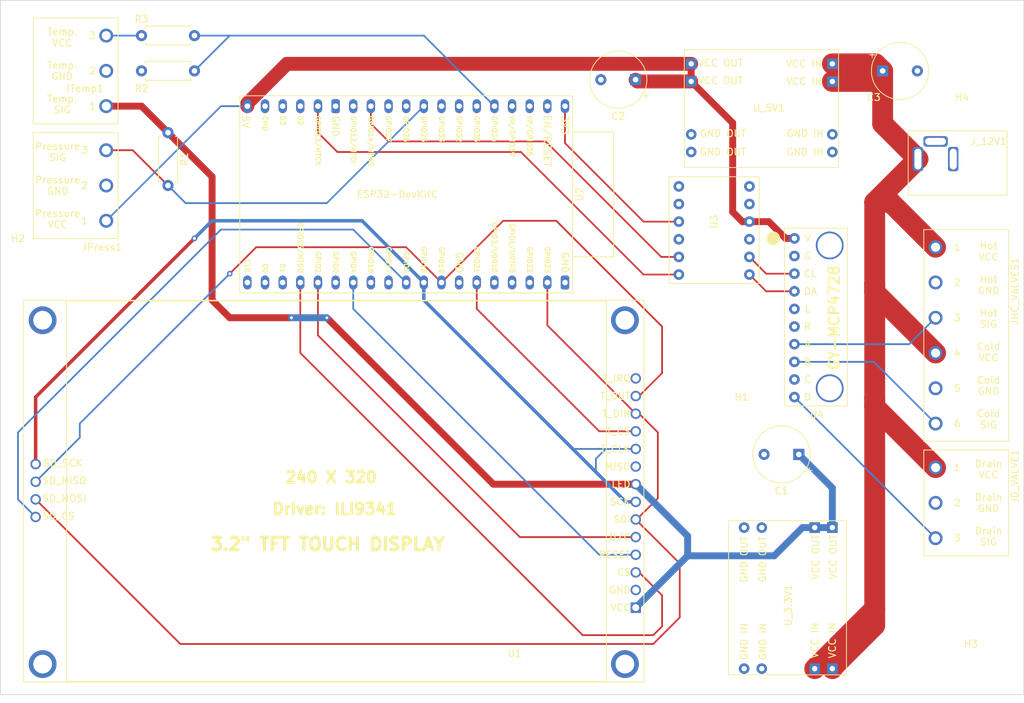
<source format=kicad_pcb>
(kicad_pcb (version 20171130) (host pcbnew "(5.1.10)-1")

  (general
    (thickness 1.6)
    (drawings 8)
    (tracks 161)
    (zones 0)
    (modules 21)
    (nets 53)
  )

  (page A4)
  (title_block
    (title Watermixer)
    (date 2021-09-15)
    (rev v1.0)
    (comment 1 "Repository: https://github.com/guttih/watermixer")
    (comment 2 https://creativecommons.org/licenses/by/4.0/)
    (comment 3 "Licence: CC BY 4.0")
    (comment 4 "Author:Guðjón Hólm Sigurðsson")
  )

  (layers
    (0 F.Cu signal)
    (31 B.Cu signal)
    (32 B.Adhes user)
    (33 F.Adhes user)
    (34 B.Paste user)
    (35 F.Paste user)
    (36 B.SilkS user)
    (37 F.SilkS user)
    (38 B.Mask user)
    (39 F.Mask user)
    (40 Dwgs.User user)
    (41 Cmts.User user)
    (42 Eco1.User user)
    (43 Eco2.User user)
    (44 Edge.Cuts user)
    (45 Margin user)
    (46 B.CrtYd user)
    (47 F.CrtYd user)
    (48 B.Fab user)
    (49 F.Fab user)
  )

  (setup
    (last_trace_width 0.5)
    (user_trace_width 0.2)
    (user_trace_width 0.25)
    (user_trace_width 0.35)
    (user_trace_width 0.4)
    (user_trace_width 0.5)
    (user_trace_width 0.6)
    (user_trace_width 1)
    (user_trace_width 1.5)
    (user_trace_width 2)
    (user_trace_width 2.5)
    (user_trace_width 3)
    (user_trace_width 3)
    (user_trace_width 4)
    (user_trace_width 5)
    (trace_clearance 0.2)
    (zone_clearance 0.508)
    (zone_45_only no)
    (trace_min 0.2)
    (via_size 0.8)
    (via_drill 0.4)
    (via_min_size 0.4)
    (via_min_drill 0.3)
    (uvia_size 0.3)
    (uvia_drill 0.1)
    (uvias_allowed no)
    (uvia_min_size 0.2)
    (uvia_min_drill 0.1)
    (edge_width 0.05)
    (segment_width 0.2)
    (pcb_text_width 0.3)
    (pcb_text_size 1.5 1.5)
    (mod_edge_width 0.12)
    (mod_text_size 1 1)
    (mod_text_width 0.15)
    (pad_size 1.524 1.524)
    (pad_drill 0.762)
    (pad_to_mask_clearance 0)
    (aux_axis_origin 0 0)
    (visible_elements 7FFFFFFF)
    (pcbplotparams
      (layerselection 0x010fc_ffffffff)
      (usegerberextensions false)
      (usegerberattributes true)
      (usegerberadvancedattributes true)
      (creategerberjobfile true)
      (excludeedgelayer true)
      (linewidth 0.100000)
      (plotframeref false)
      (viasonmask false)
      (mode 1)
      (useauxorigin false)
      (hpglpennumber 1)
      (hpglpenspeed 20)
      (hpglpendiameter 15.000000)
      (psnegative false)
      (psa4output false)
      (plotreference true)
      (plotvalue true)
      (plotinvisibletext false)
      (padsonsilk false)
      (subtractmaskfromsilk false)
      (outputformat 1)
      (mirror false)
      (drillshape 1)
      (scaleselection 1)
      (outputdirectory ""))
  )

  (net 0 "")
  (net 1 VDD)
  (net 2 GND)
  (net 3 VCC)
  (net 4 "Net-(JD_VALVE1-Pad3)")
  (net 5 "Net-(JHC_VALVES1-Pad3)")
  (net 6 "Net-(JHC_VALVES1-Pad6)")
  (net 7 VDDF)
  (net 8 /SIG)
  (net 9 "Net-(R2-Pad2)")
  (net 10 "Net-(U1-Pad18)")
  (net 11 "Net-(U1-Pad12)")
  (net 12 "Net-(U1-Pad11)")
  (net 13 "Net-(U1-Pad15)")
  (net 14 "Net-(U1-Pad3)")
  (net 15 "Net-(U1-Pad4)")
  (net 16 "Net-(U1-Pad5)")
  (net 17 "Net-(U1-Pad13)")
  (net 18 "Net-(U1-Pad9)")
  (net 19 "Net-(U1-Pad10)")
  (net 20 "Net-(U2-Pad1)")
  (net 21 "Net-(U2-Pad2)")
  (net 22 "Net-(U2-Pad3)")
  (net 23 "Net-(U2-Pad4)")
  (net 24 "Net-(U2-Pad6)")
  (net 25 "Net-(U2-Pad7)")
  (net 26 "Net-(U2-Pad8)")
  (net 27 "Net-(U2-Pad10)")
  (net 28 "Net-(U2-Pad11)")
  (net 29 "Net-(U2-Pad12)")
  (net 30 "Net-(U2-Pad13)")
  (net 31 "Net-(U2-Pad15)")
  (net 32 "Net-(U2-Pad16)")
  (net 33 "Net-(U2-Pad17)")
  (net 34 "Net-(U2-Pad18)")
  (net 35 "Net-(U2-Pad20)")
  (net 36 "Net-(U2-Pad21)")
  (net 37 "Net-(U2-Pad22)")
  (net 38 "Net-(U2-Pad25)")
  (net 39 "Net-(U2-Pad27)")
  (net 40 "Net-(U2-Pad28)")
  (net 41 "Net-(U2-Pad34)")
  (net 42 "Net-(U2-Pad35)")
  (net 43 "Net-(U2-Pad36)")
  (net 44 "Net-(U3-Pad4)")
  (net 45 "Net-(U3-Pad5)")
  (net 46 "Net-(U3-Pad6)")
  (net 47 "Net-(U3-Pad7)")
  (net 48 "Net-(U3-Pad9)")
  (net 49 "Net-(U3-Pad11)")
  (net 50 "Net-(U4-Pad4)")
  (net 51 "Net-(U4-Pad5)")
  (net 52 "Net-(U4-Pad8)")

  (net_class Default "This is the default net class."
    (clearance 0.2)
    (trace_width 0.25)
    (via_dia 0.8)
    (via_drill 0.4)
    (uvia_dia 0.3)
    (uvia_drill 0.1)
    (add_net /SIG)
    (add_net GND)
    (add_net "Net-(JD_VALVE1-Pad3)")
    (add_net "Net-(JHC_VALVES1-Pad3)")
    (add_net "Net-(JHC_VALVES1-Pad6)")
    (add_net "Net-(R2-Pad2)")
    (add_net "Net-(U1-Pad10)")
    (add_net "Net-(U1-Pad11)")
    (add_net "Net-(U1-Pad12)")
    (add_net "Net-(U1-Pad13)")
    (add_net "Net-(U1-Pad15)")
    (add_net "Net-(U1-Pad18)")
    (add_net "Net-(U1-Pad3)")
    (add_net "Net-(U1-Pad4)")
    (add_net "Net-(U1-Pad5)")
    (add_net "Net-(U1-Pad9)")
    (add_net "Net-(U2-Pad1)")
    (add_net "Net-(U2-Pad10)")
    (add_net "Net-(U2-Pad11)")
    (add_net "Net-(U2-Pad12)")
    (add_net "Net-(U2-Pad13)")
    (add_net "Net-(U2-Pad15)")
    (add_net "Net-(U2-Pad16)")
    (add_net "Net-(U2-Pad17)")
    (add_net "Net-(U2-Pad18)")
    (add_net "Net-(U2-Pad2)")
    (add_net "Net-(U2-Pad20)")
    (add_net "Net-(U2-Pad21)")
    (add_net "Net-(U2-Pad22)")
    (add_net "Net-(U2-Pad25)")
    (add_net "Net-(U2-Pad27)")
    (add_net "Net-(U2-Pad28)")
    (add_net "Net-(U2-Pad3)")
    (add_net "Net-(U2-Pad34)")
    (add_net "Net-(U2-Pad35)")
    (add_net "Net-(U2-Pad36)")
    (add_net "Net-(U2-Pad4)")
    (add_net "Net-(U2-Pad6)")
    (add_net "Net-(U2-Pad7)")
    (add_net "Net-(U2-Pad8)")
    (add_net "Net-(U3-Pad11)")
    (add_net "Net-(U3-Pad4)")
    (add_net "Net-(U3-Pad5)")
    (add_net "Net-(U3-Pad6)")
    (add_net "Net-(U3-Pad7)")
    (add_net "Net-(U3-Pad9)")
    (add_net "Net-(U4-Pad4)")
    (add_net "Net-(U4-Pad5)")
    (add_net "Net-(U4-Pad8)")
    (add_net VCC)
    (add_net VDD)
    (add_net VDDF)
  )

  (net_class "0,4 Width" ""
    (clearance 0.2)
    (trace_width 0.4)
    (via_dia 1.2)
    (via_drill 0.6)
    (uvia_dia 0.6)
    (uvia_drill 0.1)
    (diff_pair_width 0.4)
    (diff_pair_gap 0.5)
  )

  (module watermixer-footprints:CR2013-MI2120_touch (layer F.Cu) (tedit 613FEEDB) (tstamp 61429C3D)
    (at 163.342 113.03 180)
    (descr "CR2013-MI2120 ILI9341 LCD Breakout http://pan.baidu.com/s/11Y990")
    (tags "CR2013-MI2120 ILI9341 LCD Breakout")
    (path /6142F819)
    (fp_text reference U1 (at 18.192 -6.454) (layer F.SilkS)
      (effects (font (size 1 1) (thickness 0.15)))
    )
    (fp_text value CR2013-MI2120-touch (at 45.624 37.234) (layer F.Fab)
      (effects (font (size 1 1) (thickness 0.15)))
    )
    (fp_text user "240 X 320" (at 44.608 18.946) (layer F.SilkS)
      (effects (font (size 1.6 1.6) (thickness 0.4)))
    )
    (fp_text user "Driver: ILI9341" (at 44.1 14.374) (layer F.SilkS)
      (effects (font (size 1.6 1.6) (thickness 0.4)))
    )
    (fp_text user "3.2\" TFT TOUCH DISPLAY" (at 45.116 9.294) (layer F.SilkS)
      (effects (font (size 1.8 1.8) (thickness 0.45)))
    )
    (fp_text user T_IRQ (at 1.428 33.17) (layer F.SilkS)
      (effects (font (size 1 1) (thickness 0.15)) (justify right))
    )
    (fp_text user T_OUT (at 1.428 30.63) (layer F.SilkS)
      (effects (font (size 1 1) (thickness 0.15)) (justify right))
    )
    (fp_text user T_DIN (at 1.428 28.09) (layer F.SilkS)
      (effects (font (size 1 1) (thickness 0.15)) (justify right))
    )
    (fp_text user T_CS (at 1.428 25.55) (layer F.SilkS)
      (effects (font (size 1 1) (thickness 0.15)) (justify right))
    )
    (fp_text user T_CLK (at 1.428 23.01) (layer F.SilkS)
      (effects (font (size 1 1) (thickness 0.15)) (justify right))
    )
    (fp_text user SD_SCK (at 83.216 20.978) (layer F.SilkS)
      (effects (font (size 1 1) (thickness 0.15)))
    )
    (fp_text user SD_MISO (at 86.264 18.438) (layer F.SilkS)
      (effects (font (size 1 1) (thickness 0.15)) (justify left))
    )
    (fp_text user SD_MOSI (at 86.264 15.898) (layer F.SilkS)
      (effects (font (size 1 1) (thickness 0.15)) (justify left))
    )
    (fp_text user SD_CS (at 86.264 13.358) (layer F.SilkS)
      (effects (font (size 1 1) (thickness 0.15)) (justify left))
    )
    (fp_text user MISO (at 1.428 20.47) (layer F.SilkS)
      (effects (font (size 1 1) (thickness 0.15)) (justify right))
    )
    (fp_text user LED (at 1.428 17.93) (layer F.SilkS)
      (effects (font (size 1 1) (thickness 0.15)) (justify right))
    )
    (fp_text user SCK (at 1.428 15.39) (layer F.SilkS)
      (effects (font (size 1 1) (thickness 0.15)) (justify right))
    )
    (fp_text user SDI (at 1.428 12.85) (layer F.SilkS)
      (effects (font (size 1 1) (thickness 0.15)) (justify right))
    )
    (fp_text user D/C (at 1.428 10.31) (layer F.SilkS)
      (effects (font (size 1 1) (thickness 0.15)) (justify right))
    )
    (fp_text user RESET (at 1.428 7.77) (layer F.SilkS)
      (effects (font (size 1 1) (thickness 0.15)) (justify right))
    )
    (fp_text user CS (at 2.444 5.23) (layer F.SilkS)
      (effects (font (size 1 1) (thickness 0.15)))
    )
    (fp_text user GND (at 1.428 2.69) (layer F.SilkS)
      (effects (font (size 1 1) (thickness 0.15)) (justify right))
    )
    (fp_text user VCC (at 1.428 0.15) (layer F.SilkS)
      (effects (font (size 1 1) (thickness 0.15)) (justify right))
    )
    (fp_text user %R (at 70.008 -4.93) (layer F.Fab)
      (effects (font (size 1 1) (thickness 0.15)))
    )
    (fp_line (start -0.604 44.632) (end -0.604 -5.35) (layer F.Fab) (width 0.1))
    (fp_line (start 89.092 44.632) (end -0.604 44.632) (layer F.Fab) (width 0.1))
    (fp_line (start 89.092 -10.768) (end 89.092 44.632) (layer F.Fab) (width 0.1))
    (fp_line (start -0.604 -10.768) (end 89.092 -10.768) (layer F.Fab) (width 0.1))
    (fp_line (start -0.408 44.432) (end -0.408 -10.568) (layer F.SilkS) (width 0.12))
    (fp_line (start 88.892 44.432) (end -0.408 44.432) (layer F.SilkS) (width 0.12))
    (fp_line (start 88.892 -10.568) (end 88.892 44.432) (layer F.SilkS) (width 0.12))
    (fp_line (start -0.408 -10.568) (end 88.892 -10.568) (layer F.SilkS) (width 0.12))
    (fp_line (start -0.508 44.532) (end -0.508 -10.668) (layer F.CrtYd) (width 0.05))
    (fp_line (start 88.992 44.532) (end -0.508 44.532) (layer F.CrtYd) (width 0.05))
    (fp_line (start 88.992 -10.668) (end 88.992 44.532) (layer F.CrtYd) (width 0.05))
    (fp_line (start -0.508 -10.668) (end 88.992 -10.668) (layer F.CrtYd) (width 0.05))
    (fp_line (start -0.604 -1) (end -0.604 -10.768) (layer F.Fab) (width 0.1))
    (fp_line (start 4.992 -10.468) (end 4.992 44.332) (layer F.SilkS) (width 0.12))
    (fp_line (start 4.992 44.332) (end 82.692 44.332) (layer F.SilkS) (width 0.12))
    (fp_line (start 82.692 -10.468) (end 82.692 44.332) (layer F.SilkS) (width 0.12))
    (fp_line (start 4.992 -10.468) (end 82.692 -10.468) (layer F.SilkS) (width 0.12))
    (pad "" thru_hole circle (at 2.317 41.552 180) (size 4 4) (drill 2.7) (layers *.Cu *.Mask))
    (pad "" thru_hole circle (at 86.137 41.552 180) (size 4 4) (drill 2.7) (layers *.Cu *.Mask))
    (pad "" thru_hole circle (at 86.137 -7.978 180) (size 4 4) (drill 2.7) (layers *.Cu *.Mask))
    (pad "" thru_hole circle (at 2.317 -7.978 180) (size 4 4) (drill 2.7) (layers *.Cu *.Mask))
    (pad 14 thru_hole circle (at 0.762 23.0124 180) (size 1.5 1.5) (drill 1) (layers *.Cu *.Mask)
      (net 17 "Net-(U1-Pad13)"))
    (pad 13 thru_hole circle (at 87.142 20.828 180) (size 1.5 1.5) (drill 1) (layers *.Cu *.Mask)
      (net 17 "Net-(U1-Pad13)"))
    (pad 12 thru_hole circle (at 87.142 18.288 180) (size 1.5 1.5) (drill 1) (layers *.Cu *.Mask)
      (net 11 "Net-(U1-Pad12)"))
    (pad 11 thru_hole circle (at 87.142 15.748 180) (size 1.5 1.5) (drill 1) (layers *.Cu *.Mask)
      (net 12 "Net-(U1-Pad11)"))
    (pad 10 thru_hole circle (at 87.142 13.208 180) (size 1.5 1.5) (drill 1) (layers *.Cu *.Mask)
      (net 19 "Net-(U1-Pad10)"))
    (pad 9 thru_hole circle (at 0.762 20.4724 180) (size 1.5 1.5) (drill 1) (layers *.Cu *.Mask)
      (net 18 "Net-(U1-Pad9)"))
    (pad 8 thru_hole circle (at 0.762 17.9324 180) (size 1.5 1.5) (drill 1) (layers *.Cu *.Mask)
      (net 1 VDD))
    (pad 7 thru_hole circle (at 0.762 15.3924 180) (size 1.5 1.5) (drill 1) (layers *.Cu *.Mask)
      (net 17 "Net-(U1-Pad13)"))
    (pad 6 thru_hole circle (at 0.762 12.8524 180) (size 1.5 1.5) (drill 1) (layers *.Cu *.Mask)
      (net 12 "Net-(U1-Pad11)"))
    (pad 5 thru_hole circle (at 0.762 10.3124 180) (size 1.5 1.5) (drill 1) (layers *.Cu *.Mask)
      (net 16 "Net-(U1-Pad5)"))
    (pad 4 thru_hole circle (at 0.762 7.7724 180) (size 1.5 1.5) (drill 1) (layers *.Cu *.Mask)
      (net 15 "Net-(U1-Pad4)"))
    (pad 3 thru_hole circle (at 0.762 5.2324 180) (size 1.5 1.5) (drill 1) (layers *.Cu *.Mask)
      (net 14 "Net-(U1-Pad3)"))
    (pad 2 thru_hole circle (at 0.762 2.6924 180) (size 1.5 1.5) (drill 1) (layers *.Cu *.Mask)
      (net 2 GND))
    (pad 1 thru_hole rect (at 0.762 0.1524 180) (size 1.5 1.5) (drill 1) (layers *.Cu *.Mask)
      (net 1 VDD))
    (pad 15 thru_hole circle (at 0.762 25.5524 180) (size 1.5 1.5) (drill 1) (layers *.Cu *.Mask)
      (net 13 "Net-(U1-Pad15)"))
    (pad 16 thru_hole circle (at 0.762 28.0924 180) (size 1.5 1.5) (drill 1) (layers *.Cu *.Mask)
      (net 12 "Net-(U1-Pad11)"))
    (pad 17 thru_hole circle (at 0.762 30.6324 180) (size 1.5 1.5) (drill 1) (layers *.Cu *.Mask)
      (net 11 "Net-(U1-Pad12)"))
    (pad 18 thru_hole circle (at 0.762 33.1724 180) (size 1.5 1.5) (drill 1) (layers *.Cu *.Mask)
      (net 10 "Net-(U1-Pad18)"))
  )

  (module Espressif:ESP32-DevKitC (layer F.Cu) (tedit 60F5CABD) (tstamp 6142B5DE)
    (at 152.4 40.64 270)
    (descr "ESP32-DevKitC: https://docs.espressif.com/projects/esp-idf/en/latest/esp32/hw-reference/esp32/get-started-devkitc.html")
    (tags ESP32)
    (path /61402480)
    (fp_text reference U2 (at 12.70368 -2.09728 90) (layer F.SilkS)
      (effects (font (size 1 1) (thickness 0.15)))
    )
    (fp_text value ESP32-DevKitC (at 12.70368 24.13272) (layer F.SilkS)
      (effects (font (size 1 1) (thickness 0.15)))
    )
    (fp_line (start -1.49632 46.82272) (end 26.903679 46.82272) (layer F.SilkS) (width 0.12))
    (fp_line (start 26.903679 46.82272) (end 26.90368 -1.09728) (layer F.SilkS) (width 0.12))
    (fp_line (start 26.90368 -1.09728) (end -1.496319 -1.09728) (layer F.SilkS) (width 0.12))
    (fp_line (start -1.496319 -1.09728) (end -1.49632 46.82272) (layer F.SilkS) (width 0.12))
    (fp_line (start 26.65368 46.57272) (end -1.24632 46.57272) (layer F.CrtYd) (width 0.05))
    (fp_line (start -1.24632 -0.84728) (end 26.65368 -0.84728) (layer F.CrtYd) (width 0.05))
    (fp_line (start 26.65368 -0.84728) (end 26.65368 46.57272) (layer F.CrtYd) (width 0.05))
    (fp_line (start -1.24632 46.57272) (end -1.24632 -0.84728) (layer F.CrtYd) (width 0.05))
    (fp_line (start 3.7338 -1.1176) (end 3.7338 -7.0104) (layer F.SilkS) (width 0.12))
    (fp_line (start 3.7338 -7.0104) (end 21.717 -7.0104) (layer F.SilkS) (width 0.12))
    (fp_line (start 21.717 -7.0104) (end 21.717 -1.1176) (layer F.SilkS) (width 0.12))
    (fp_text user GND (at 24.13368 0.00272 270 unlocked) (layer F.SilkS)
      (effects (font (size 1 1) (thickness 0.15)) (justify right))
    )
    (fp_text user GPIO23 (at 24.13368 2.54272 270 unlocked) (layer F.SilkS)
      (effects (font (size 0.7 0.7) (thickness 0.15)) (justify right))
    )
    (fp_text user GPIO5 (at 24.13368 22.86272 270 unlocked) (layer F.SilkS)
      (effects (font (size 0.7 0.7) (thickness 0.15)) (justify right))
    )
    (fp_text user D0 (at 24.13368 43.18272 270 unlocked) (layer F.SilkS)
      (effects (font (size 0.7 0.7) (thickness 0.15)) (justify right))
    )
    (fp_text user 5V (at 1.27 45.974 270 unlocked) (layer F.SilkS)
      (effects (font (size 1 1) (thickness 0.15)) (justify left))
    )
    (fp_text user GPIO21 (at 24.13368 12.70272 270 unlocked) (layer F.SilkS)
      (effects (font (size 0.7 0.7) (thickness 0.15)) (justify right))
    )
    (fp_text user D1 (at 24.13368 40.64272 270 unlocked) (layer F.SilkS)
      (effects (font (size 0.7 0.7) (thickness 0.15)) (justify right))
    )
    (fp_text user GPIO12/MTDI (at 1.27368 30.48272 270 unlocked) (layer F.SilkS)
      (effects (font (size 0.7 0.7) (thickness 0.15)) (justify left))
    )
    (fp_text user VP/GPIO36 (at 1.27368 5.08272 270 unlocked) (layer F.SilkS)
      (effects (font (size 0.7 0.7) (thickness 0.15)) (justify left))
    )
    (fp_text user D2 (at 1.27368 38.10272 270 unlocked) (layer F.SilkS)
      (effects (font (size 0.7 0.7) (thickness 0.15)) (justify left))
    )
    (fp_text user GPIO27 (at 1.27368 25.40272 270 unlocked) (layer F.SilkS)
      (effects (font (size 0.7 0.7) (thickness 0.15)) (justify left))
    )
    (fp_text user GPIO33 (at 1.27368 17.78272 270 unlocked) (layer F.SilkS)
      (effects (font (size 0.7 0.7) (thickness 0.15)) (justify left))
    )
    (fp_text user GPIO19 (at 24.13368 17.78272 270 unlocked) (layer F.SilkS)
      (effects (font (size 0.7 0.7) (thickness 0.15)) (justify right))
    )
    (fp_text user VN/GPIO39 (at 1.27368 7.62272 270 unlocked) (layer F.SilkS)
      (effects (font (size 0.7 0.7) (thickness 0.15)) (justify left))
    )
    (fp_text user GPIO13/MTCK (at 1.27368 35.56272 270 unlocked) (layer F.SilkS)
      (effects (font (size 0.7 0.7) (thickness 0.15)) (justify left))
    )
    (fp_text user GPIO2 (at 24.13368 35.56272 270 unlocked) (layer F.SilkS)
      (effects (font (size 0.7 0.7) (thickness 0.15)) (justify right))
    )
    (fp_text user GPIO26 (at 1.27368 22.86272 270 unlocked) (layer F.SilkS)
      (effects (font (size 0.7 0.7) (thickness 0.15)) (justify left))
    )
    (fp_text user GPIO3/U0RXD (at 24.13368 10.16272 270 unlocked) (layer F.SilkS)
      (effects (font (size 0.7 0.7) (thickness 0.15)) (justify right))
    )
    (fp_text user 3V3 (at 1.27368 0.00272 270 unlocked) (layer F.SilkS)
      (effects (font (size 1 1) (thickness 0.15)) (justify left))
    )
    (fp_text user GPIO16 (at 24.13368 27.94272 270 unlocked) (layer F.SilkS)
      (effects (font (size 0.7 0.7) (thickness 0.15)) (justify right))
    )
    (fp_text user GPIO32 (at 1.27368 15.24272 270 unlocked) (layer F.SilkS)
      (effects (font (size 0.7 0.7) (thickness 0.15)) (justify left))
    )
    (fp_text user GPIO0 (at 24.13368 33.02272 270 unlocked) (layer F.SilkS)
      (effects (font (size 0.7 0.7) (thickness 0.15)) (justify right))
    )
    (fp_text user GND (at 1.27368 33.02272 270 unlocked) (layer F.SilkS)
      (effects (font (size 1 1) (thickness 0.15)) (justify left))
    )
    (fp_text user CLK (at 24.13368 45.72272 270 unlocked) (layer F.SilkS)
      (effects (font (size 0.7 0.7) (thickness 0.15)) (justify right))
    )
    (fp_text user EN/RESET (at 8.89 2.54 270 unlocked) (layer F.SilkS)
      (effects (font (size 1 1) (thickness 0.15)) (justify right))
    )
    (fp_text user GPIO4 (at 24.13368 30.48272 270 unlocked) (layer F.SilkS)
      (effects (font (size 0.7 0.7) (thickness 0.15)) (justify right))
    )
    (fp_text user GPIO35 (at 1.27368 12.70272 270 unlocked) (layer F.SilkS)
      (effects (font (size 0.7 0.7) (thickness 0.15)) (justify left))
    )
    (fp_text user GPIO14/MTMS (at 1.27368 27.94272 270 unlocked) (layer F.SilkS)
      (effects (font (size 0.7 0.7) (thickness 0.15)) (justify left))
    )
    (fp_text user GPIO34 (at 1.27368 10.16272 270 unlocked) (layer F.SilkS)
      (effects (font (size 0.7 0.7) (thickness 0.15)) (justify left))
    )
    (fp_text user D3 (at 1.27368 40.64272 270 unlocked) (layer F.SilkS)
      (effects (font (size 0.7 0.7) (thickness 0.15)) (justify left))
    )
    (fp_text user GPIO18 (at 24.13368 20.32272 270 unlocked) (layer F.SilkS)
      (effects (font (size 0.7 0.7) (thickness 0.15)) (justify right))
    )
    (fp_text user CMD (at 1.27368 43.18272 270 unlocked) (layer F.SilkS)
      (effects (font (size 0.7 0.7) (thickness 0.15)) (justify left))
    )
    (fp_text user GPIO22 (at 24.13368 5.08272 270 unlocked) (layer F.SilkS)
      (effects (font (size 0.7 0.7) (thickness 0.15)) (justify right))
    )
    (fp_text user GND (at 24.13368 15.24272 270 unlocked) (layer F.SilkS)
      (effects (font (size 1 1) (thickness 0.15)) (justify right))
    )
    (fp_text user GPIO17 (at 24.13368 25.40272 270 unlocked) (layer F.SilkS)
      (effects (font (size 0.7 0.7) (thickness 0.15)) (justify right))
    )
    (fp_text user GPIO1/U0TXD (at 24.13368 7.62272 270 unlocked) (layer F.SilkS)
      (effects (font (size 0.7 0.7) (thickness 0.15)) (justify right))
    )
    (fp_text user GPIO15/MTDO (at 24.13368 38.10272 270 unlocked) (layer F.SilkS)
      (effects (font (size 0.7 0.7) (thickness 0.15)) (justify right))
    )
    (fp_text user GPIO25 (at 1.27368 20.32272 270 unlocked) (layer F.SilkS)
      (effects (font (size 0.7 0.7) (thickness 0.15)) (justify left))
    )
    (fp_text user REF** (at 0 0 90) (layer F.Fab)
      (effects (font (size 1 1) (thickness 0.15)))
    )
    (pad 38 thru_hole roundrect (at 25.40368 0.00272 180) (size 1.2 2) (drill 0.8) (layers *.Cu *.Mask) (roundrect_rratio 0.25)
      (net 2 GND))
    (pad 37 thru_hole oval (at 25.40368 2.54272 180) (size 1.2 2) (drill 0.8) (layers *.Cu *.Mask)
      (net 12 "Net-(U1-Pad11)"))
    (pad 36 thru_hole oval (at 25.40368 5.08272 180) (size 1.2 2) (drill 0.8) (layers *.Cu *.Mask)
      (net 43 "Net-(U2-Pad36)"))
    (pad 35 thru_hole oval (at 25.40368 7.62272 180) (size 1.2 2) (drill 0.8) (layers *.Cu *.Mask)
      (net 42 "Net-(U2-Pad35)"))
    (pad 34 thru_hole oval (at 25.40368 10.16272 180) (size 1.2 2) (drill 0.8) (layers *.Cu *.Mask)
      (net 41 "Net-(U2-Pad34)"))
    (pad 33 thru_hole oval (at 25.40368 12.70272 180) (size 1.2 2) (drill 0.8) (layers *.Cu *.Mask)
      (net 13 "Net-(U1-Pad15)"))
    (pad 32 thru_hole oval (at 25.40368 15.24272 180) (size 1.2 2) (drill 0.8) (layers *.Cu *.Mask)
      (net 2 GND))
    (pad 31 thru_hole oval (at 25.40368 17.78272 180) (size 1.2 2) (drill 0.8) (layers *.Cu *.Mask)
      (net 11 "Net-(U1-Pad12)"))
    (pad 30 thru_hole oval (at 25.40368 20.32272 180) (size 1.2 2) (drill 0.8) (layers *.Cu *.Mask)
      (net 17 "Net-(U1-Pad13)"))
    (pad 29 thru_hole oval (at 25.40368 22.86272 180) (size 1.2 2) (drill 0.8) (layers *.Cu *.Mask)
      (net 19 "Net-(U1-Pad10)"))
    (pad 28 thru_hole oval (at 25.40368 25.40272 180) (size 1.2 2) (drill 0.8) (layers *.Cu *.Mask)
      (net 40 "Net-(U2-Pad28)"))
    (pad 27 thru_hole oval (at 25.40368 27.94272 180) (size 1.2 2) (drill 0.8) (layers *.Cu *.Mask)
      (net 39 "Net-(U2-Pad27)"))
    (pad 26 thru_hole oval (at 25.40368 30.48272 180) (size 1.2 2) (drill 0.8) (layers *.Cu *.Mask)
      (net 15 "Net-(U1-Pad4)"))
    (pad 25 thru_hole oval (at 25.40368 33.02272 180) (size 1.2 2) (drill 0.8) (layers *.Cu *.Mask)
      (net 38 "Net-(U2-Pad25)"))
    (pad 24 thru_hole oval (at 25.40368 35.56272 180) (size 1.2 2) (drill 0.8) (layers *.Cu *.Mask)
      (net 16 "Net-(U1-Pad5)"))
    (pad 23 thru_hole oval (at 25.40368 38.10272 180) (size 1.2 2) (drill 0.8) (layers *.Cu *.Mask)
      (net 14 "Net-(U1-Pad3)"))
    (pad 22 thru_hole oval (at 25.40368 40.64272 180) (size 1.2 2) (drill 0.8) (layers *.Cu *.Mask)
      (net 37 "Net-(U2-Pad22)"))
    (pad 21 thru_hole oval (at 25.4 43.18 180) (size 1.2 2) (drill 0.8) (layers *.Cu *.Mask)
      (net 36 "Net-(U2-Pad21)"))
    (pad 20 thru_hole oval (at 25.4 45.72 180) (size 1.2 2) (drill 0.8) (layers *.Cu *.Mask)
      (net 35 "Net-(U2-Pad20)"))
    (pad 19 thru_hole oval (at 0.00368 45.72272 180) (size 1.2 2) (drill 0.8) (layers *.Cu *.Mask)
      (net 7 VDDF))
    (pad 18 thru_hole oval (at 0.00368 43.18272 180) (size 1.2 2) (drill 0.8) (layers *.Cu *.Mask)
      (net 34 "Net-(U2-Pad18)"))
    (pad 17 thru_hole oval (at 0.00368 40.64272 180) (size 1.2 2) (drill 0.8) (layers *.Cu *.Mask)
      (net 33 "Net-(U2-Pad17)"))
    (pad 16 thru_hole oval (at 0.00368 38.10272 180) (size 1.2 2) (drill 0.8) (layers *.Cu *.Mask)
      (net 32 "Net-(U2-Pad16)"))
    (pad 15 thru_hole oval (at 0.00368 35.56272 180) (size 1.2 2) (drill 0.8) (layers *.Cu *.Mask)
      (net 31 "Net-(U2-Pad15)"))
    (pad 14 thru_hole roundrect (at 0.00368 33.02272 180) (size 1.2 2) (drill 0.8) (layers *.Cu *.Mask) (roundrect_rratio 0.25)
      (net 2 GND))
    (pad 13 thru_hole oval (at 0.00368 30.48272 180) (size 1.2 2) (drill 0.8) (layers *.Cu *.Mask)
      (net 30 "Net-(U2-Pad13)"))
    (pad 12 thru_hole oval (at 0.00368 27.94272 180) (size 1.2 2) (drill 0.8) (layers *.Cu *.Mask)
      (net 29 "Net-(U2-Pad12)"))
    (pad 11 thru_hole oval (at 0.00368 25.40272 180) (size 1.2 2) (drill 0.8) (layers *.Cu *.Mask)
      (net 28 "Net-(U2-Pad11)"))
    (pad 10 thru_hole oval (at 0.00368 22.86272 180) (size 1.2 2) (drill 0.8) (layers *.Cu *.Mask)
      (net 27 "Net-(U2-Pad10)"))
    (pad 9 thru_hole oval (at 0.00368 20.32272 180) (size 1.2 2) (drill 0.8) (layers *.Cu *.Mask)
      (net 8 /SIG))
    (pad 8 thru_hole oval (at 0.00368 17.78272 180) (size 1.2 2) (drill 0.8) (layers *.Cu *.Mask)
      (net 26 "Net-(U2-Pad8)"))
    (pad 7 thru_hole oval (at 0.00368 15.24272 180) (size 1.2 2) (drill 0.8) (layers *.Cu *.Mask)
      (net 25 "Net-(U2-Pad7)"))
    (pad 6 thru_hole oval (at 0.00368 12.70272 180) (size 1.2 2) (drill 0.8) (layers *.Cu *.Mask)
      (net 24 "Net-(U2-Pad6)"))
    (pad 5 thru_hole oval (at 0.00368 10.16272 180) (size 1.2 2) (drill 0.8) (layers *.Cu *.Mask)
      (net 9 "Net-(R2-Pad2)"))
    (pad 4 thru_hole oval (at 0.00368 7.62272 180) (size 1.2 2) (drill 0.8) (layers *.Cu *.Mask)
      (net 23 "Net-(U2-Pad4)"))
    (pad 3 thru_hole oval (at 0.00368 5.08272 180) (size 1.2 2) (drill 0.8) (layers *.Cu *.Mask)
      (net 22 "Net-(U2-Pad3)"))
    (pad 2 thru_hole oval (at 0.00368 2.54272 180) (size 1.2 2) (drill 0.8) (layers *.Cu *.Mask)
      (net 21 "Net-(U2-Pad2)"))
    (pad 1 thru_hole oval (at 0.00368 0.00272 180) (size 1.2 2) (drill 0.8) (layers *.Cu *.Mask)
      (net 20 "Net-(U2-Pad1)"))
  )

  (module watermixer-footprints:MountingHole_3.2mm_M3 (layer F.Cu) (tedit 56D1B4CB) (tstamp 614368CB)
    (at 212.09 35.56)
    (descr "Mounting Hole 3.2mm, no annular, M3")
    (tags "mounting hole 3.2mm no annular m3")
    (path /614E9C53)
    (attr virtual)
    (fp_text reference H4 (at -2.54 3.81) (layer F.SilkS)
      (effects (font (size 1 1) (thickness 0.15)))
    )
    (fp_text value MountingHole (at -1.27 -5.08) (layer F.Fab)
      (effects (font (size 1 1) (thickness 0.15)))
    )
    (fp_circle (center 0 0) (end 3.2 0) (layer Cmts.User) (width 0.15))
    (fp_circle (center 0 0) (end 3.45 0) (layer F.CrtYd) (width 0.05))
    (fp_text user %R (at 0.3 0) (layer F.Fab)
      (effects (font (size 1 1) (thickness 0.15)))
    )
    (pad 1 np_thru_hole circle (at 0 0) (size 3.2 3.2) (drill 3.2) (layers *.Cu *.Mask))
  )

  (module watermixer-footprints:MountingHole_3.2mm_M3 (layer F.Cu) (tedit 56D1B4CB) (tstamp 6143511C)
    (at 210.82 123.19)
    (descr "Mounting Hole 3.2mm, no annular, M3")
    (tags "mounting hole 3.2mm no annular m3")
    (path /614EA463)
    (attr virtual)
    (fp_text reference H3 (at 0 -5.08) (layer F.SilkS)
      (effects (font (size 1 1) (thickness 0.15)))
    )
    (fp_text value MountingHole (at -8.89 -5.08 180) (layer F.Fab)
      (effects (font (size 1 1) (thickness 0.15)))
    )
    (fp_circle (center 0 0) (end 3.2 0) (layer Cmts.User) (width 0.15))
    (fp_circle (center 0 0) (end 3.45 0) (layer F.CrtYd) (width 0.05))
    (fp_text user %R (at 0.3 0) (layer F.Fab)
      (effects (font (size 1 1) (thickness 0.15)))
    )
    (pad 1 np_thru_hole circle (at 0 0) (size 3.2 3.2) (drill 3.2) (layers *.Cu *.Mask))
  )

  (module watermixer-footprints:MountingHole_3.2mm_M3 (layer F.Cu) (tedit 56D1B4CB) (tstamp 61429A64)
    (at 76.2 63.5)
    (descr "Mounting Hole 3.2mm, no annular, M3")
    (tags "mounting hole 3.2mm no annular m3")
    (path /614EAA78)
    (attr virtual)
    (fp_text reference H2 (at -2.54 -3.81) (layer F.SilkS)
      (effects (font (size 1 1) (thickness 0.15)))
    )
    (fp_text value MountingHole (at 8.89 1.27) (layer F.Fab)
      (effects (font (size 1 1) (thickness 0.15)))
    )
    (fp_circle (center 0 0) (end 3.2 0) (layer Cmts.User) (width 0.15))
    (fp_circle (center 0 0) (end 3.45 0) (layer F.CrtYd) (width 0.05))
    (fp_text user %R (at 0.3 0) (layer F.Fab)
      (effects (font (size 1 1) (thickness 0.15)))
    )
    (pad 1 np_thru_hole circle (at 0 0) (size 3.2 3.2) (drill 3.2) (layers *.Cu *.Mask))
  )

  (module watermixer-footprints:MountingHole_3.2mm_M3 (layer F.Cu) (tedit 56D1B4CB) (tstamp 61429A88)
    (at 172.72 81.28)
    (descr "Mounting Hole 3.2mm, no annular, M3")
    (tags "mounting hole 3.2mm no annular m3")
    (path /614EB1BF)
    (attr virtual)
    (fp_text reference H1 (at 5.08 1.27) (layer F.SilkS)
      (effects (font (size 1 1) (thickness 0.15)))
    )
    (fp_text value MountingHole (at 3.81 -5.08) (layer F.Fab)
      (effects (font (size 1 1) (thickness 0.15)))
    )
    (fp_circle (center 0 0) (end 3.2 0) (layer Cmts.User) (width 0.15))
    (fp_circle (center 0 0) (end 3.45 0) (layer F.CrtYd) (width 0.05))
    (fp_text user %R (at 0.3 0) (layer F.Fab)
      (effects (font (size 1 1) (thickness 0.15)))
    )
    (pad 1 np_thru_hole circle (at 0 0) (size 3.2 3.2) (drill 3.2) (layers *.Cu *.Mask))
  )

  (module Capacitor_THT:CP_Radial_Tantal_D8.0mm_P5.00mm (layer F.Cu) (tedit 5AE50EF0) (tstamp 61436A36)
    (at 198.12 35.56)
    (descr "CP, Radial_Tantal series, Radial, pin pitch=5.00mm, , diameter=8.0mm, Tantal Electrolytic Capacitor, http://cdn-reichelt.de/documents/datenblatt/B300/TANTAL-TB-Serie%23.pdf")
    (tags "CP Radial_Tantal series Radial pin pitch 5.00mm  diameter 8.0mm Tantal Electrolytic Capacitor")
    (path /6149C94A)
    (fp_text reference C3 (at -1.27 3.81) (layer F.SilkS)
      (effects (font (size 1 1) (thickness 0.15)))
    )
    (fp_text value 470uF (at 2.5 5.25) (layer F.Fab)
      (effects (font (size 1 1) (thickness 0.15)))
    )
    (fp_line (start -1.509698 -2.715) (end -1.509698 -1.915) (layer F.SilkS) (width 0.12))
    (fp_line (start -1.909698 -2.315) (end -1.109698 -2.315) (layer F.SilkS) (width 0.12))
    (fp_line (start -0.526759 -2.1475) (end -0.526759 -1.3475) (layer F.Fab) (width 0.1))
    (fp_line (start -0.926759 -1.7475) (end -0.126759 -1.7475) (layer F.Fab) (width 0.1))
    (fp_circle (center 2.5 0) (end 6.75 0) (layer F.CrtYd) (width 0.05))
    (fp_circle (center 2.5 0) (end 6.62 0) (layer F.SilkS) (width 0.12))
    (fp_circle (center 2.5 0) (end 6.5 0) (layer F.Fab) (width 0.1))
    (fp_text user %R (at 2.5 0) (layer F.Fab)
      (effects (font (size 1 1) (thickness 0.15)))
    )
    (pad 2 thru_hole circle (at 5 0) (size 1.6 1.6) (drill 0.8) (layers *.Cu *.Mask)
      (net 2 GND))
    (pad 1 thru_hole rect (at 0 0) (size 1.6 1.6) (drill 0.8) (layers *.Cu *.Mask)
      (net 3 VCC))
    (model ${KISYS3DMOD}/Capacitor_THT.3dshapes/CP_Radial_Tantal_D8.0mm_P5.00mm.wrl
      (at (xyz 0 0 0))
      (scale (xyz 1 1 1))
      (rotate (xyz 0 0 0))
    )
  )

  (module Capacitor_THT:CP_Radial_Tantal_D8.0mm_P5.00mm (layer F.Cu) (tedit 5AE50EF0) (tstamp 614341E0)
    (at 162.56 36.83 180)
    (descr "CP, Radial_Tantal series, Radial, pin pitch=5.00mm, , diameter=8.0mm, Tantal Electrolytic Capacitor, http://cdn-reichelt.de/documents/datenblatt/B300/TANTAL-TB-Serie%23.pdf")
    (tags "CP Radial_Tantal series Radial pin pitch 5.00mm  diameter 8.0mm Tantal Electrolytic Capacitor")
    (path /6148D5D9)
    (fp_text reference C2 (at 2.5 -5.25) (layer F.SilkS)
      (effects (font (size 1 1) (thickness 0.15)))
    )
    (fp_text value 470uF (at 2.5 5.25) (layer F.Fab)
      (effects (font (size 1 1) (thickness 0.15)))
    )
    (fp_line (start -1.509698 -2.715) (end -1.509698 -1.915) (layer F.SilkS) (width 0.12))
    (fp_line (start -1.909698 -2.315) (end -1.109698 -2.315) (layer F.SilkS) (width 0.12))
    (fp_line (start -0.526759 -2.1475) (end -0.526759 -1.3475) (layer F.Fab) (width 0.1))
    (fp_line (start -0.926759 -1.7475) (end -0.126759 -1.7475) (layer F.Fab) (width 0.1))
    (fp_circle (center 2.5 0) (end 6.75 0) (layer F.CrtYd) (width 0.05))
    (fp_circle (center 2.5 0) (end 6.62 0) (layer F.SilkS) (width 0.12))
    (fp_circle (center 2.5 0) (end 6.5 0) (layer F.Fab) (width 0.1))
    (fp_text user %R (at 2.5 0) (layer F.Fab)
      (effects (font (size 1 1) (thickness 0.15)))
    )
    (pad 2 thru_hole circle (at 5 0 180) (size 1.6 1.6) (drill 0.8) (layers *.Cu *.Mask)
      (net 2 GND))
    (pad 1 thru_hole rect (at 0 0 180) (size 1.6 1.6) (drill 0.8) (layers *.Cu *.Mask)
      (net 7 VDDF))
    (model ${KISYS3DMOD}/Capacitor_THT.3dshapes/CP_Radial_Tantal_D8.0mm_P5.00mm.wrl
      (at (xyz 0 0 0))
      (scale (xyz 1 1 1))
      (rotate (xyz 0 0 0))
    )
  )

  (module Capacitor_THT:CP_Radial_Tantal_D8.0mm_P5.00mm (layer F.Cu) (tedit 5AE50EF0) (tstamp 61438381)
    (at 186.055 90.805 180)
    (descr "CP, Radial_Tantal series, Radial, pin pitch=5.00mm, , diameter=8.0mm, Tantal Electrolytic Capacitor, http://cdn-reichelt.de/documents/datenblatt/B300/TANTAL-TB-Serie%23.pdf")
    (tags "CP Radial_Tantal series Radial pin pitch 5.00mm  diameter 8.0mm Tantal Electrolytic Capacitor")
    (path /61416FFF)
    (fp_text reference C1 (at 2.5 -5.25) (layer F.SilkS)
      (effects (font (size 1 1) (thickness 0.15)))
    )
    (fp_text value 470uF (at 2.5 5.25) (layer F.Fab)
      (effects (font (size 1 1) (thickness 0.15)))
    )
    (fp_line (start -1.509698 -2.715) (end -1.509698 -1.915) (layer F.SilkS) (width 0.12))
    (fp_line (start -1.909698 -2.315) (end -1.109698 -2.315) (layer F.SilkS) (width 0.12))
    (fp_line (start -0.526759 -2.1475) (end -0.526759 -1.3475) (layer F.Fab) (width 0.1))
    (fp_line (start -0.926759 -1.7475) (end -0.126759 -1.7475) (layer F.Fab) (width 0.1))
    (fp_circle (center 2.5 0) (end 6.75 0) (layer F.CrtYd) (width 0.05))
    (fp_circle (center 2.5 0) (end 6.62 0) (layer F.SilkS) (width 0.12))
    (fp_circle (center 2.5 0) (end 6.5 0) (layer F.Fab) (width 0.1))
    (fp_text user %R (at 2.5 0) (layer F.Fab)
      (effects (font (size 1 1) (thickness 0.15)))
    )
    (pad 2 thru_hole circle (at 5 0 180) (size 1.6 1.6) (drill 0.8) (layers *.Cu *.Mask)
      (net 2 GND))
    (pad 1 thru_hole rect (at 0 0 180) (size 1.6 1.6) (drill 0.8) (layers *.Cu *.Mask)
      (net 1 VDD))
    (model ${KISYS3DMOD}/Capacitor_THT.3dshapes/CP_Radial_Tantal_D8.0mm_P5.00mm.wrl
      (at (xyz 0 0 0))
      (scale (xyz 1 1 1))
      (rotate (xyz 0 0 0))
    )
  )

  (module watermixer-footprints:LLC_4CH (layer F.Cu) (tedit 61422F48) (tstamp 6142A1A1)
    (at 180.34 50.8 270)
    (descr "4 channel logic level converter")
    (tags "Logic Level converter 4 channels")
    (path /6140B974)
    (fp_text reference U3 (at 6.477 6.477 270) (layer F.SilkS)
      (effects (font (size 1 1) (thickness 0.15)))
    )
    (fp_text value LLC_4CH (at 8.636 9.906 90) (layer F.Fab)
      (effects (font (size 1 1) (thickness 0.15)))
    )
    (fp_line (start 15.367 0) (end 0 0) (layer F.SilkS) (width 0.12))
    (fp_line (start 15.367 12.954) (end 15.367 0) (layer F.SilkS) (width 0.12))
    (fp_line (start 0 12.954) (end 15.367 12.954) (layer F.SilkS) (width 0.12))
    (fp_line (start 0 0) (end 0 12.954) (layer F.SilkS) (width 0.12))
    (fp_line (start 15.227 0.127) (end 15.227 12.827) (layer F.CrtYd) (width 0.12))
    (fp_line (start 0.127 0.127) (end 0.127 12.827) (layer F.CrtYd) (width 0.12))
    (fp_line (start 0.127 12.827) (end 15.227 12.827) (layer F.CrtYd) (width 0.12))
    (fp_line (start 0.127 0.127) (end 15.227 0.127) (layer F.CrtYd) (width 0.12))
    (fp_line (start 0 0) (end 0 12.954) (layer F.Fab) (width 0.12))
    (fp_line (start 0 12.954) (end 15.367 12.954) (layer F.Fab) (width 0.12))
    (fp_line (start 15.367 12.954) (end 15.367 0) (layer F.Fab) (width 0.12))
    (fp_line (start 15.367 0) (end 0 0) (layer F.Fab) (width 0.12))
    (pad 11 thru_hole circle (at 14.097 1.397 270) (size 1.524 1.524) (drill 0.762) (layers *.Cu *.Mask)
      (net 49 "Net-(U3-Pad11)"))
    (pad 10 thru_hole circle (at 14.097 11.557 270) (size 1.524 1.524) (drill 0.762) (layers *.Cu *.Mask)
      (net 31 "Net-(U2-Pad15)"))
    (pad 9 thru_hole circle (at 11.557 1.397 270) (size 1.524 1.524) (drill 0.762) (layers *.Cu *.Mask)
      (net 48 "Net-(U3-Pad9)"))
    (pad 8 thru_hole circle (at 11.557 11.557 270) (size 1.524 1.524) (drill 0.762) (layers *.Cu *.Mask)
      (net 29 "Net-(U2-Pad12)"))
    (pad 7 thru_hole circle (at 3.937 1.397 270) (size 1.524 1.524) (drill 0.762) (layers *.Cu *.Mask)
      (net 47 "Net-(U3-Pad7)"))
    (pad 6 thru_hole circle (at 3.937 11.557 270) (size 1.524 1.524) (drill 0.762) (layers *.Cu *.Mask)
      (net 46 "Net-(U3-Pad6)"))
    (pad 5 thru_hole circle (at 1.397 1.397 270) (size 1.524 1.524) (drill 0.762) (layers *.Cu *.Mask)
      (net 45 "Net-(U3-Pad5)"))
    (pad 4 thru_hole circle (at 1.397 11.557 270) (size 1.524 1.524) (drill 0.762) (layers *.Cu *.Mask)
      (net 44 "Net-(U3-Pad4)"))
    (pad 3 thru_hole circle (at 9.017 1.397 270) (size 1.524 1.524) (drill 0.762) (layers *.Cu *.Mask)
      (net 2 GND))
    (pad 3 thru_hole circle (at 9.017 11.557 270) (size 1.524 1.524) (drill 0.762) (layers *.Cu *.Mask)
      (net 2 GND))
    (pad 2 thru_hole circle (at 6.477 1.397 270) (size 1.524 1.524) (drill 0.762) (layers *.Cu *.Mask)
      (net 7 VDDF))
    (pad 1 thru_hole circle (at 6.477 11.557 270) (size 1.524 1.524) (drill 0.762) (layers *.Cu *.Mask)
      (net 20 "Net-(U2-Pad1)"))
  )

  (module watermixer-footprints:Screw_Termianl_01x06 (layer F.Cu) (tedit 61422EDC) (tstamp 6143794A)
    (at 205.74 58.42)
    (path /6141617A)
    (fp_text reference JHC_VALVES1 (at 11.43 8.89 90) (layer F.SilkS)
      (effects (font (size 1 1) (thickness 0.15)))
    )
    (fp_text value 01x06 (at 11.43 21.336 90) (layer F.Fab)
      (effects (font (size 1 1) (thickness 0.15)))
    )
    (fp_line (start 10.5156 0) (end -1.7018 0) (layer F.SilkS) (width 0.12))
    (fp_line (start 10.5156 30.48) (end 10.5156 0) (layer F.SilkS) (width 0.12))
    (fp_line (start -1.7018 30.48) (end 10.5156 30.48) (layer F.SilkS) (width 0.12))
    (fp_line (start -1.7018 0) (end -1.7018 30.48) (layer F.SilkS) (width 0.12))
    (fp_line (start 10.5 30.48) (end -1.7 30.48) (layer F.CrtYd) (width 0.12))
    (fp_line (start -1.7 0) (end 10.5 0) (layer F.CrtYd) (width 0.12))
    (fp_line (start 10.5 0) (end 10.5 30.48) (layer F.CrtYd) (width 0.12))
    (fp_line (start -1.7 0) (end -1.7 30.48) (layer F.CrtYd) (width 0.12))
    (fp_text user 6 (at 2.54 27.94) (layer F.SilkS)
      (effects (font (size 1 1) (thickness 0.15)) (justify left))
    )
    (fp_text user 5 (at 2.54 22.86) (layer F.SilkS)
      (effects (font (size 1 1) (thickness 0.15)) (justify left))
    )
    (fp_text user 4 (at 2.54 17.78) (layer F.SilkS)
      (effects (font (size 1 1) (thickness 0.15)) (justify left))
    )
    (fp_text user 3 (at 2.54 12.7) (layer F.SilkS)
      (effects (font (size 1 1) (thickness 0.15)) (justify left))
    )
    (fp_text user 2 (at 2.54 7.62) (layer F.SilkS)
      (effects (font (size 1 1) (thickness 0.15)) (justify left))
    )
    (fp_text user 1 (at 2.54 2.54) (layer F.SilkS)
      (effects (font (size 1 1) (thickness 0.15)) (justify left))
    )
    (pad 6 thru_hole circle (at 0 27.94) (size 2 2) (drill 1.3) (layers *.Cu *.Mask)
      (net 6 "Net-(JHC_VALVES1-Pad6)"))
    (pad 5 thru_hole circle (at 0 22.86) (size 2 2) (drill 1.3) (layers *.Cu *.Mask)
      (net 2 GND))
    (pad 4 thru_hole circle (at 0 17.78) (size 2 2) (drill 1.3) (layers *.Cu *.Mask)
      (net 3 VCC))
    (pad 3 thru_hole circle (at 0 12.7) (size 2 2) (drill 1.3) (layers *.Cu *.Mask)
      (net 5 "Net-(JHC_VALVES1-Pad3)"))
    (pad 2 thru_hole circle (at 0 7.62) (size 2 2) (drill 1.3) (layers *.Cu *.Mask)
      (net 2 GND))
    (pad 1 thru_hole circle (at 0 2.54) (size 2 2) (drill 1.3) (layers *.Cu *.Mask)
      (net 3 VCC))
  )

  (module watermixer-footprints:Screw_Termianl_01x03 (layer F.Cu) (tedit 61422E58) (tstamp 61431776)
    (at 86.36 43.18 180)
    (path /6143D1E5)
    (fp_text reference JTemp1 (at 3.175 5.08) (layer F.SilkS)
      (effects (font (size 1 1) (thickness 0.15)))
    )
    (fp_text value "Temperature sensor" (at 11.43 7.62 270) (layer F.Fab)
      (effects (font (size 1 1) (thickness 0.15)))
    )
    (fp_line (start 10.5156 0) (end -1.7018 0) (layer F.SilkS) (width 0.12))
    (fp_line (start 10.5156 15.24) (end 10.5156 0) (layer F.SilkS) (width 0.12))
    (fp_line (start -1.7018 15.24) (end 10.5156 15.24) (layer F.SilkS) (width 0.12))
    (fp_line (start -1.7018 0) (end -1.7018 15.24) (layer F.SilkS) (width 0.12))
    (fp_line (start 10.5 15.24) (end -1.7 15.24) (layer F.CrtYd) (width 0.12))
    (fp_line (start -1.7 0) (end 10.5 0) (layer F.CrtYd) (width 0.12))
    (fp_line (start 10.5 0) (end 10.5 15.24) (layer F.CrtYd) (width 0.12))
    (fp_line (start -1.7 0) (end -1.7 15.24) (layer F.CrtYd) (width 0.12))
    (fp_text user 3 (at 2.54 12.7 180) (layer F.SilkS)
      (effects (font (size 1 1) (thickness 0.15)) (justify left))
    )
    (fp_text user 2 (at 2.54 7.62 180) (layer F.SilkS)
      (effects (font (size 1 1) (thickness 0.15)) (justify left))
    )
    (fp_text user 1 (at 2.54 2.54 180) (layer F.SilkS)
      (effects (font (size 1 1) (thickness 0.15)) (justify left))
    )
    (pad 3 thru_hole circle (at 0 12.7 180) (size 2 2) (drill 1.3) (layers *.Cu *.Mask)
      (net 8 /SIG))
    (pad 2 thru_hole circle (at 0 7.62 180) (size 2 2) (drill 1.3) (layers *.Cu *.Mask)
      (net 2 GND))
    (pad 1 thru_hole circle (at 0 2.54 180) (size 2 2) (drill 1.3) (layers *.Cu *.Mask)
      (net 1 VDD))
  )

  (module watermixer-footprints:Screw_Termianl_01x03 (layer F.Cu) (tedit 61422E58) (tstamp 6142B4CC)
    (at 205.74 90.17)
    (path /61418706)
    (fp_text reference JD_VALVE1 (at 11.43 3.81 270) (layer F.SilkS)
      (effects (font (size 1 1) (thickness 0.15)))
    )
    (fp_text value 01x03 (at 11.43 12.7 90) (layer F.Fab)
      (effects (font (size 1 1) (thickness 0.15)))
    )
    (fp_line (start 10.5156 0) (end -1.7018 0) (layer F.SilkS) (width 0.12))
    (fp_line (start 10.5156 15.24) (end 10.5156 0) (layer F.SilkS) (width 0.12))
    (fp_line (start -1.7018 15.24) (end 10.5156 15.24) (layer F.SilkS) (width 0.12))
    (fp_line (start -1.7018 0) (end -1.7018 15.24) (layer F.SilkS) (width 0.12))
    (fp_line (start 10.5 15.24) (end -1.7 15.24) (layer F.CrtYd) (width 0.12))
    (fp_line (start -1.7 0) (end 10.5 0) (layer F.CrtYd) (width 0.12))
    (fp_line (start 10.5 0) (end 10.5 15.24) (layer F.CrtYd) (width 0.12))
    (fp_line (start -1.7 0) (end -1.7 15.24) (layer F.CrtYd) (width 0.12))
    (fp_text user 3 (at 2.54 12.7) (layer F.SilkS)
      (effects (font (size 1 1) (thickness 0.15)) (justify left))
    )
    (fp_text user 2 (at 2.54 7.62) (layer F.SilkS)
      (effects (font (size 1 1) (thickness 0.15)) (justify left))
    )
    (fp_text user 1 (at 2.54 2.54) (layer F.SilkS)
      (effects (font (size 1 1) (thickness 0.15)) (justify left))
    )
    (pad 3 thru_hole circle (at 0 12.7) (size 2 2) (drill 1.3) (layers *.Cu *.Mask)
      (net 4 "Net-(JD_VALVE1-Pad3)"))
    (pad 2 thru_hole circle (at 0 7.62) (size 2 2) (drill 1.3) (layers *.Cu *.Mask)
      (net 2 GND))
    (pad 1 thru_hole circle (at 0 2.54) (size 2 2) (drill 1.3) (layers *.Cu *.Mask)
      (net 3 VCC))
  )

  (module watermixer-footprints:Screw_Termianl_01x03 (layer F.Cu) (tedit 61422E58) (tstamp 61437FAC)
    (at 86.36 59.69 180)
    (path /6140DCC9)
    (fp_text reference JPress1 (at 0.635 -1.27 180) (layer F.SilkS)
      (effects (font (size 1 1) (thickness 0.15)))
    )
    (fp_text value "Pressure sensor" (at 11.43 7.62 90) (layer F.Fab)
      (effects (font (size 1 1) (thickness 0.15)))
    )
    (fp_line (start 10.5156 0) (end -1.7018 0) (layer F.SilkS) (width 0.12))
    (fp_line (start 10.5156 15.24) (end 10.5156 0) (layer F.SilkS) (width 0.12))
    (fp_line (start -1.7018 15.24) (end 10.5156 15.24) (layer F.SilkS) (width 0.12))
    (fp_line (start -1.7018 0) (end -1.7018 15.24) (layer F.SilkS) (width 0.12))
    (fp_line (start 10.5 15.24) (end -1.7 15.24) (layer F.CrtYd) (width 0.12))
    (fp_line (start -1.7 0) (end 10.5 0) (layer F.CrtYd) (width 0.12))
    (fp_line (start 10.5 0) (end 10.5 15.24) (layer F.CrtYd) (width 0.12))
    (fp_line (start -1.7 0) (end -1.7 15.24) (layer F.CrtYd) (width 0.12))
    (fp_text user 3 (at 2.54 12.7) (layer F.SilkS)
      (effects (font (size 1 1) (thickness 0.15)) (justify right))
    )
    (fp_text user 2 (at 2.54 7.62) (layer F.SilkS)
      (effects (font (size 1 1) (thickness 0.15)) (justify right))
    )
    (fp_text user 1 (at 2.54 2.54) (layer F.SilkS)
      (effects (font (size 1 1) (thickness 0.15)) (justify right))
    )
    (pad 3 thru_hole circle (at 0 12.7 180) (size 2 2) (drill 1.3) (layers *.Cu *.Mask)
      (net 8 /SIG))
    (pad 2 thru_hole circle (at 0 7.62 180) (size 2 2) (drill 1.3) (layers *.Cu *.Mask)
      (net 2 GND))
    (pad 1 thru_hole circle (at 0 2.54 180) (size 2 2) (drill 1.3) (layers *.Cu *.Mask)
      (net 7 VDDF))
  )

  (module watermixer-footprints:SD_BUCK3A (layer F.Cu) (tedit 61422CE2) (tstamp 614368F4)
    (at 175.895 122.555 90)
    (path /61417027)
    (fp_text reference U_3.3V1 (at 10.033 8.636 270) (layer F.SilkS)
      (effects (font (size 1 1) (thickness 0.15)))
    )
    (fp_text value SD_BUCK3A (at 10.795 18.161 90) (layer F.Fab)
      (effects (font (size 1 1) (thickness 0.15)))
    )
    (fp_line (start 22.1996 0.0508) (end 0 0.0508) (layer F.SilkS) (width 0.12))
    (fp_line (start 22.1996 17.018) (end 22.1996 0.0508) (layer F.SilkS) (width 0.12))
    (fp_line (start 0 17.018) (end 22.1996 17.018) (layer F.SilkS) (width 0.12))
    (fp_line (start 0 0.0508) (end 0 17.018) (layer F.SilkS) (width 0.12))
    (fp_line (start 22.2 17.018) (end 22.2 0.068) (layer F.CrtYd) (width 0.12))
    (fp_line (start 0 17.018) (end 0 0.068) (layer F.CrtYd) (width 0.12))
    (fp_line (start 0 0.068) (end 22.2 0.068) (layer F.CrtYd) (width 0.12))
    (fp_line (start 0 17.018) (end 22.2 17.018) (layer F.CrtYd) (width 0.12))
    (fp_text user "VCC OUT" (at 20.32 15.113 90) (layer F.SilkS)
      (effects (font (size 1 1) (thickness 0.15)) (justify right))
    )
    (fp_text user "VCC OUT" (at 20.32 12.573 90) (layer F.SilkS)
      (effects (font (size 1 1) (thickness 0.15)) (justify right))
    )
    (fp_text user "GND OUT" (at 20.066 4.953 90) (layer F.SilkS)
      (effects (font (size 1 1) (thickness 0.15)) (justify right))
    )
    (fp_text user "GND OUT" (at 20.066 2.286 90) (layer F.SilkS)
      (effects (font (size 1 1) (thickness 0.15)) (justify right))
    )
    (fp_text user "VCC IN" (at 2.286 14.986 90) (layer F.SilkS)
      (effects (font (size 1 1) (thickness 0.15)) (justify left))
    )
    (fp_text user "VCC IN" (at 2.286 12.446 90) (layer F.SilkS)
      (effects (font (size 1 1) (thickness 0.15)) (justify left))
    )
    (fp_text user "GND IN" (at 2.032 4.953 90) (layer F.SilkS)
      (effects (font (size 1 1) (thickness 0.15)) (justify left))
    )
    (fp_text user "GND IN" (at 2.032 2.286 90) (layer F.SilkS)
      (effects (font (size 1 1) (thickness 0.15)) (justify left))
    )
    (pad 4 thru_hole circle (at 21.209 2.286 270) (size 1.524 1.524) (drill 0.762) (layers *.Cu *.Mask)
      (net 2 GND))
    (pad 8 thru_hole circle (at 21.209 4.826 270) (size 1.524 1.524) (drill 0.762) (layers *.Cu *.Mask)
      (net 2 GND))
    (pad 6 thru_hole rect (at 21.209 12.446 270) (size 1.524 1.524) (drill 0.762) (layers *.Cu *.Mask)
      (net 1 VDD))
    (pad 2 thru_hole rect (at 21.209 14.986 270) (size 1.524 1.524) (drill 0.762) (layers *.Cu *.Mask)
      (net 1 VDD))
    (pad 3 thru_hole circle (at 0.889 2.286 270) (size 1.524 1.524) (drill 0.762) (layers *.Cu *.Mask)
      (net 2 GND))
    (pad 7 thru_hole circle (at 0.889 4.826 270) (size 1.524 1.524) (drill 0.762) (layers *.Cu *.Mask)
      (net 2 GND))
    (pad 5 thru_hole rect (at 0.889 12.446 270) (size 1.524 1.524) (drill 0.762) (layers *.Cu *.Mask)
      (net 3 VCC))
    (pad 1 thru_hole rect (at 0.889 14.986 270) (size 1.524 1.524) (drill 0.762) (layers *.Cu *.Mask)
      (net 3 VCC))
  )

  (module watermixer-footprints:SD_BUCK3A (layer F.Cu) (tedit 61422CE2) (tstamp 6143697B)
    (at 191.77 49.53 180)
    (path /61416868)
    (fp_text reference U_5V1 (at 10.033 8.636 180) (layer F.SilkS)
      (effects (font (size 1 1) (thickness 0.15)))
    )
    (fp_text value SD_BUCK3A (at 10.795 18.161) (layer F.Fab)
      (effects (font (size 1 1) (thickness 0.15)))
    )
    (fp_line (start 22.1996 0.0508) (end 0 0.0508) (layer F.SilkS) (width 0.12))
    (fp_line (start 22.1996 17.018) (end 22.1996 0.0508) (layer F.SilkS) (width 0.12))
    (fp_line (start 0 17.018) (end 22.1996 17.018) (layer F.SilkS) (width 0.12))
    (fp_line (start 0 0.0508) (end 0 17.018) (layer F.SilkS) (width 0.12))
    (fp_line (start 22.2 17.018) (end 22.2 0.068) (layer F.CrtYd) (width 0.12))
    (fp_line (start 0 17.018) (end 0 0.068) (layer F.CrtYd) (width 0.12))
    (fp_line (start 0 0.068) (end 22.2 0.068) (layer F.CrtYd) (width 0.12))
    (fp_line (start 0 17.018) (end 22.2 17.018) (layer F.CrtYd) (width 0.12))
    (fp_text user "VCC OUT" (at 20.32 15.113) (layer F.SilkS)
      (effects (font (size 1 1) (thickness 0.15)) (justify left))
    )
    (fp_text user "VCC OUT" (at 20.32 12.573) (layer F.SilkS)
      (effects (font (size 1 1) (thickness 0.15)) (justify left))
    )
    (fp_text user "GND OUT" (at 20.066 4.953) (layer F.SilkS)
      (effects (font (size 1 1) (thickness 0.15)) (justify left))
    )
    (fp_text user "GND OUT" (at 20.066 2.286) (layer F.SilkS)
      (effects (font (size 1 1) (thickness 0.15)) (justify left))
    )
    (fp_text user "VCC IN" (at 2.286 14.986) (layer F.SilkS)
      (effects (font (size 1 1) (thickness 0.15)) (justify right))
    )
    (fp_text user "VCC IN" (at 2.286 12.446) (layer F.SilkS)
      (effects (font (size 1 1) (thickness 0.15)) (justify right))
    )
    (fp_text user "GND IN" (at 2.032 4.953) (layer F.SilkS)
      (effects (font (size 1 1) (thickness 0.15)) (justify right))
    )
    (fp_text user "GND IN" (at 2.032 2.286) (layer F.SilkS)
      (effects (font (size 1 1) (thickness 0.15)) (justify right))
    )
    (pad 4 thru_hole circle (at 21.209 2.286) (size 1.524 1.524) (drill 0.762) (layers *.Cu *.Mask)
      (net 2 GND))
    (pad 8 thru_hole circle (at 21.209 4.826) (size 1.524 1.524) (drill 0.762) (layers *.Cu *.Mask)
      (net 2 GND))
    (pad 6 thru_hole rect (at 21.209 12.446) (size 1.524 1.524) (drill 0.762) (layers *.Cu *.Mask)
      (net 7 VDDF))
    (pad 2 thru_hole rect (at 21.209 14.986) (size 1.524 1.524) (drill 0.762) (layers *.Cu *.Mask)
      (net 7 VDDF))
    (pad 3 thru_hole circle (at 0.889 2.286) (size 1.524 1.524) (drill 0.762) (layers *.Cu *.Mask)
      (net 2 GND))
    (pad 7 thru_hole circle (at 0.889 4.826) (size 1.524 1.524) (drill 0.762) (layers *.Cu *.Mask)
      (net 2 GND))
    (pad 5 thru_hole rect (at 0.889 12.446) (size 1.524 1.524) (drill 0.762) (layers *.Cu *.Mask)
      (net 3 VCC))
    (pad 1 thru_hole rect (at 0.889 14.986) (size 1.524 1.524) (drill 0.762) (layers *.Cu *.Mask)
      (net 3 VCC))
  )

  (module watermixer-footprints:Barrel_Jack (layer F.Cu) (tedit 61422B7D) (tstamp 6143693C)
    (at 215.9 53.34 180)
    (path /6141485A)
    (fp_text reference J_12V1 (at 2.54 7.62) (layer F.SilkS)
      (effects (font (size 1 1) (thickness 0.15)))
    )
    (fp_text value Barrel_Jack (at 6.35 1.27) (layer F.Fab)
      (effects (font (size 1 1) (thickness 0.15)))
    )
    (fp_line (start 14.097 -0.127) (end -0.127 -0.127) (layer F.SilkS) (width 0.12))
    (fp_line (start 14.097 9.144) (end 14.097 -0.127) (layer F.SilkS) (width 0.12))
    (fp_line (start -0.127 9.144) (end 14.097 9.144) (layer F.SilkS) (width 0.12))
    (fp_line (start -0.127 -0.127) (end -0.127 9.144) (layer F.SilkS) (width 0.12))
    (fp_line (start 0 0) (end 0 9) (layer F.CrtYd) (width 0.12))
    (fp_line (start 14 0) (end 14 9) (layer F.CrtYd) (width 0.12))
    (fp_line (start 0 9) (end 14 9) (layer F.CrtYd) (width 0.12))
    (fp_line (start 0 0) (end 14 0) (layer F.CrtYd) (width 0.12))
    (fp_line (start -0.127 -0.127) (end 14.097 -0.127) (layer F.Fab) (width 0.12))
    (fp_line (start 14.097 -0.127) (end 14.097 9.144) (layer F.Fab) (width 0.12))
    (fp_line (start 14.097 9.144) (end -0.127 9.144) (layer F.Fab) (width 0.12))
    (fp_line (start -0.127 9.144) (end -0.127 -0.127) (layer F.Fab) (width 0.12))
    (pad 1 thru_hole roundrect (at 12.7 5.08 180) (size 1.5 3.5) (drill oval 1 3) (layers *.Cu *.Mask) (roundrect_rratio 0.25)
      (net 3 VCC))
    (pad 3 thru_hole roundrect (at 7.62 5.08 180) (size 1.5 3.5) (drill oval 1 3) (layers *.Cu *.Mask) (roundrect_rratio 0.25)
      (net 2 GND))
    (pad 2 thru_hole roundrect (at 10.16 7.62 180) (size 3.5 1.5) (drill oval 3 1) (layers *.Cu *.Mask) (roundrect_rratio 0.25)
      (net 2 GND))
  )

  (module Resistor_THT:R_Axial_DIN0207_L6.3mm_D2.5mm_P7.62mm_Horizontal (layer F.Cu) (tedit 5AE5139B) (tstamp 61427299)
    (at 95.25 44.45 270)
    (descr "Resistor, Axial_DIN0207 series, Axial, Horizontal, pin pitch=7.62mm, 0.25W = 1/4W, length*diameter=6.3*2.5mm^2, http://cdn-reichelt.de/documents/datenblatt/B400/1_4W%23YAG.pdf")
    (tags "Resistor Axial_DIN0207 series Axial Horizontal pin pitch 7.62mm 0.25W = 1/4W length 6.3mm diameter 2.5mm")
    (path /61439517)
    (fp_text reference R1 (at 3.81 -2.37 90) (layer F.SilkS)
      (effects (font (size 1 1) (thickness 0.15)))
    )
    (fp_text value 4.7k (at 3.81 2.37 90) (layer F.Fab)
      (effects (font (size 1 1) (thickness 0.15)))
    )
    (fp_line (start 8.67 -1.5) (end -1.05 -1.5) (layer F.CrtYd) (width 0.05))
    (fp_line (start 8.67 1.5) (end 8.67 -1.5) (layer F.CrtYd) (width 0.05))
    (fp_line (start -1.05 1.5) (end 8.67 1.5) (layer F.CrtYd) (width 0.05))
    (fp_line (start -1.05 -1.5) (end -1.05 1.5) (layer F.CrtYd) (width 0.05))
    (fp_line (start 7.08 1.37) (end 7.08 1.04) (layer F.SilkS) (width 0.12))
    (fp_line (start 0.54 1.37) (end 7.08 1.37) (layer F.SilkS) (width 0.12))
    (fp_line (start 0.54 1.04) (end 0.54 1.37) (layer F.SilkS) (width 0.12))
    (fp_line (start 7.08 -1.37) (end 7.08 -1.04) (layer F.SilkS) (width 0.12))
    (fp_line (start 0.54 -1.37) (end 7.08 -1.37) (layer F.SilkS) (width 0.12))
    (fp_line (start 0.54 -1.04) (end 0.54 -1.37) (layer F.SilkS) (width 0.12))
    (fp_line (start 7.62 0) (end 6.96 0) (layer F.Fab) (width 0.1))
    (fp_line (start 0 0) (end 0.66 0) (layer F.Fab) (width 0.1))
    (fp_line (start 6.96 -1.25) (end 0.66 -1.25) (layer F.Fab) (width 0.1))
    (fp_line (start 6.96 1.25) (end 6.96 -1.25) (layer F.Fab) (width 0.1))
    (fp_line (start 0.66 1.25) (end 6.96 1.25) (layer F.Fab) (width 0.1))
    (fp_line (start 0.66 -1.25) (end 0.66 1.25) (layer F.Fab) (width 0.1))
    (fp_text user %R (at 3.81 0 270) (layer F.Fab)
      (effects (font (size 1 1) (thickness 0.15)))
    )
    (pad 2 thru_hole oval (at 7.62 0 270) (size 1.6 1.6) (drill 0.8) (layers *.Cu *.Mask)
      (net 8 /SIG))
    (pad 1 thru_hole circle (at 0 0 270) (size 1.6 1.6) (drill 0.8) (layers *.Cu *.Mask)
      (net 1 VDD))
    (model ${KISYS3DMOD}/Resistor_THT.3dshapes/R_Axial_DIN0207_L6.3mm_D2.5mm_P7.62mm_Horizontal.wrl
      (at (xyz 0 0 0))
      (scale (xyz 1 1 1))
      (rotate (xyz 0 0 0))
    )
  )

  (module Resistor_THT:R_Axial_DIN0207_L6.3mm_D2.5mm_P7.62mm_Horizontal (layer F.Cu) (tedit 5AE5139B) (tstamp 61431823)
    (at 91.44 35.56)
    (descr "Resistor, Axial_DIN0207 series, Axial, Horizontal, pin pitch=7.62mm, 0.25W = 1/4W, length*diameter=6.3*2.5mm^2, http://cdn-reichelt.de/documents/datenblatt/B400/1_4W%23YAG.pdf")
    (tags "Resistor Axial_DIN0207 series Axial Horizontal pin pitch 7.62mm 0.25W = 1/4W length 6.3mm diameter 2.5mm")
    (path /6143A5C1)
    (fp_text reference R2 (at 0 2.54) (layer F.SilkS)
      (effects (font (size 1 1) (thickness 0.15)))
    )
    (fp_text value 4.7k (at 6.35 2.54) (layer F.Fab)
      (effects (font (size 1 1) (thickness 0.15)))
    )
    (fp_line (start 0.66 -1.25) (end 0.66 1.25) (layer F.Fab) (width 0.1))
    (fp_line (start 0.66 1.25) (end 6.96 1.25) (layer F.Fab) (width 0.1))
    (fp_line (start 6.96 1.25) (end 6.96 -1.25) (layer F.Fab) (width 0.1))
    (fp_line (start 6.96 -1.25) (end 0.66 -1.25) (layer F.Fab) (width 0.1))
    (fp_line (start 0 0) (end 0.66 0) (layer F.Fab) (width 0.1))
    (fp_line (start 7.62 0) (end 6.96 0) (layer F.Fab) (width 0.1))
    (fp_line (start 0.54 -1.04) (end 0.54 -1.37) (layer F.SilkS) (width 0.12))
    (fp_line (start 0.54 -1.37) (end 7.08 -1.37) (layer F.SilkS) (width 0.12))
    (fp_line (start 7.08 -1.37) (end 7.08 -1.04) (layer F.SilkS) (width 0.12))
    (fp_line (start 0.54 1.04) (end 0.54 1.37) (layer F.SilkS) (width 0.12))
    (fp_line (start 0.54 1.37) (end 7.08 1.37) (layer F.SilkS) (width 0.12))
    (fp_line (start 7.08 1.37) (end 7.08 1.04) (layer F.SilkS) (width 0.12))
    (fp_line (start -1.05 -1.5) (end -1.05 1.5) (layer F.CrtYd) (width 0.05))
    (fp_line (start -1.05 1.5) (end 8.67 1.5) (layer F.CrtYd) (width 0.05))
    (fp_line (start 8.67 1.5) (end 8.67 -1.5) (layer F.CrtYd) (width 0.05))
    (fp_line (start 8.67 -1.5) (end -1.05 -1.5) (layer F.CrtYd) (width 0.05))
    (fp_text user %R (at 3.81 0) (layer F.Fab)
      (effects (font (size 1 1) (thickness 0.15)))
    )
    (pad 1 thru_hole circle (at 0 0) (size 1.6 1.6) (drill 0.8) (layers *.Cu *.Mask)
      (net 2 GND))
    (pad 2 thru_hole oval (at 7.62 0) (size 1.6 1.6) (drill 0.8) (layers *.Cu *.Mask)
      (net 9 "Net-(R2-Pad2)"))
    (model ${KISYS3DMOD}/Resistor_THT.3dshapes/R_Axial_DIN0207_L6.3mm_D2.5mm_P7.62mm_Horizontal.wrl
      (at (xyz 0 0 0))
      (scale (xyz 1 1 1))
      (rotate (xyz 0 0 0))
    )
  )

  (module Resistor_THT:R_Axial_DIN0207_L6.3mm_D2.5mm_P7.62mm_Horizontal (layer F.Cu) (tedit 5AE5139B) (tstamp 614317E1)
    (at 91.44 30.48)
    (descr "Resistor, Axial_DIN0207 series, Axial, Horizontal, pin pitch=7.62mm, 0.25W = 1/4W, length*diameter=6.3*2.5mm^2, http://cdn-reichelt.de/documents/datenblatt/B400/1_4W%23YAG.pdf")
    (tags "Resistor Axial_DIN0207 series Axial Horizontal pin pitch 7.62mm 0.25W = 1/4W length 6.3mm diameter 2.5mm")
    (path /6143B052)
    (fp_text reference R3 (at 0 -2.37) (layer F.SilkS)
      (effects (font (size 1 1) (thickness 0.15)))
    )
    (fp_text value 3.3k (at 7.62 -2.54) (layer F.Fab)
      (effects (font (size 1 1) (thickness 0.15)))
    )
    (fp_line (start 8.67 -1.5) (end -1.05 -1.5) (layer F.CrtYd) (width 0.05))
    (fp_line (start 8.67 1.5) (end 8.67 -1.5) (layer F.CrtYd) (width 0.05))
    (fp_line (start -1.05 1.5) (end 8.67 1.5) (layer F.CrtYd) (width 0.05))
    (fp_line (start -1.05 -1.5) (end -1.05 1.5) (layer F.CrtYd) (width 0.05))
    (fp_line (start 7.08 1.37) (end 7.08 1.04) (layer F.SilkS) (width 0.12))
    (fp_line (start 0.54 1.37) (end 7.08 1.37) (layer F.SilkS) (width 0.12))
    (fp_line (start 0.54 1.04) (end 0.54 1.37) (layer F.SilkS) (width 0.12))
    (fp_line (start 7.08 -1.37) (end 7.08 -1.04) (layer F.SilkS) (width 0.12))
    (fp_line (start 0.54 -1.37) (end 7.08 -1.37) (layer F.SilkS) (width 0.12))
    (fp_line (start 0.54 -1.04) (end 0.54 -1.37) (layer F.SilkS) (width 0.12))
    (fp_line (start 7.62 0) (end 6.96 0) (layer F.Fab) (width 0.1))
    (fp_line (start 0 0) (end 0.66 0) (layer F.Fab) (width 0.1))
    (fp_line (start 6.96 -1.25) (end 0.66 -1.25) (layer F.Fab) (width 0.1))
    (fp_line (start 6.96 1.25) (end 6.96 -1.25) (layer F.Fab) (width 0.1))
    (fp_line (start 0.66 1.25) (end 6.96 1.25) (layer F.Fab) (width 0.1))
    (fp_line (start 0.66 -1.25) (end 0.66 1.25) (layer F.Fab) (width 0.1))
    (fp_text user %R (at 3.81 0) (layer F.Fab)
      (effects (font (size 1 1) (thickness 0.15)))
    )
    (pad 2 thru_hole oval (at 7.62 0) (size 1.6 1.6) (drill 0.8) (layers *.Cu *.Mask)
      (net 9 "Net-(R2-Pad2)"))
    (pad 1 thru_hole circle (at 0 0) (size 1.6 1.6) (drill 0.8) (layers *.Cu *.Mask)
      (net 8 /SIG))
    (model ${KISYS3DMOD}/Resistor_THT.3dshapes/R_Axial_DIN0207_L6.3mm_D2.5mm_P7.62mm_Horizontal.wrl
      (at (xyz 0 0 0))
      (scale (xyz 1 1 1))
      (rotate (xyz 0 0 0))
    )
  )

  (module watermixer-footprints:MCP4728_module (layer F.Cu) (tedit 614225E9) (tstamp 6143687C)
    (at 193.04 85.09)
    (path /614D13D0)
    (fp_text reference U4 (at -4.445 0 180) (layer F.SilkS)
      (effects (font (size 1 1) (thickness 0.15) italic))
    )
    (fp_text value MCP4728 (at -5.08 -27.94) (layer F.Fab)
      (effects (font (size 1 1) (thickness 0.15) italic))
    )
    (fp_line (start 1.016 -30.988) (end 1.016 -30.988) (layer F.SilkS) (width 0.12))
    (fp_line (start 0 -1.27) (end 0 -26.87) (layer F.SilkS) (width 0.12))
    (fp_line (start 0 -26.87) (end -9.06 -26.87) (layer F.SilkS) (width 0.12))
    (fp_line (start -9.06 -1.27) (end -9.06 -26.87) (layer F.SilkS) (width 0.12))
    (fp_line (start 0 -1.27) (end -9.06 -1.27) (layer F.SilkS) (width 0.12))
    (fp_circle (center -10.668 -25.4) (end -10.668 -25.9) (layer F.SilkS) (width 1))
    (fp_line (start 0 -1.27) (end -8.89 -1.27) (layer F.CrtYd) (width 0.12))
    (fp_line (start -8.89 -1.27) (end -8.89 -26.67) (layer F.CrtYd) (width 0.12))
    (fp_line (start -8.89 -26.67) (end 0 -26.67) (layer F.CrtYd) (width 0.12))
    (fp_line (start 0 -26.67) (end 0 -1.27) (layer F.CrtYd) (width 0.12))
    (fp_text user D (at -5.715 -2.54) (layer F.SilkS)
      (effects (font (size 1 1) (thickness 0.15)))
    )
    (fp_text user C (at -5.715 -5.08) (layer F.SilkS)
      (effects (font (size 1 1) (thickness 0.15)))
    )
    (fp_text user B (at -5.715 -7.62) (layer F.SilkS)
      (effects (font (size 1 1) (thickness 0.15)))
    )
    (fp_text user A (at -5.715 -10.16) (layer F.SilkS)
      (effects (font (size 1 1) (thickness 0.15)))
    )
    (fp_text user R (at -6.35 -12.7) (layer F.SilkS)
      (effects (font (size 1 1) (thickness 0.15)) (justify left))
    )
    (fp_text user L (at -5.715 -15.24) (layer F.SilkS)
      (effects (font (size 1 1) (thickness 0.15)))
    )
    (fp_text user DA (at -6.35 -17.78) (layer F.SilkS)
      (effects (font (size 1 1) (thickness 0.15)) (justify left))
    )
    (fp_text user CL (at -6.35 -20.32) (layer F.SilkS)
      (effects (font (size 1 1) (thickness 0.15)) (justify left))
    )
    (fp_text user G (at -5.715 -22.86) (layer F.SilkS)
      (effects (font (size 1 1) (thickness 0.15)))
    )
    (fp_text user V (at -5.715 -25.4) (layer F.SilkS)
      (effects (font (size 1 1) (thickness 0.15)))
    )
    (fp_text user GY-MCP4728 (at -1.905 -13.97 90) (layer F.SilkS)
      (effects (font (size 1.5 1.5) (thickness 0.3)))
    )
    (pad 11 thru_hole circle (at -2.54 -3.81 270) (size 4 4) (drill 3.5) (layers *.Cu *.Mask))
    (pad 11 thru_hole circle (at -2.54 -24.384 270) (size 4 4) (drill 3.5) (layers *.Cu *.Mask))
    (pad 9 thru_hole circle (at -7.62 -2.54 270) (size 1.524 1.524) (drill 0.762) (layers *.Cu *.Mask)
      (net 4 "Net-(JD_VALVE1-Pad3)"))
    (pad 8 thru_hole circle (at -7.62 -5.08 270) (size 1.524 1.524) (drill 0.762) (layers *.Cu *.Mask)
      (net 52 "Net-(U4-Pad8)"))
    (pad 7 thru_hole circle (at -7.62 -7.62 270) (size 1.524 1.524) (drill 0.762) (layers *.Cu *.Mask)
      (net 6 "Net-(JHC_VALVES1-Pad6)"))
    (pad 6 thru_hole circle (at -7.62 -10.16 270) (size 1.524 1.524) (drill 0.762) (layers *.Cu *.Mask)
      (net 5 "Net-(JHC_VALVES1-Pad3)"))
    (pad 5 thru_hole circle (at -7.62 -12.7 270) (size 1.524 1.524) (drill 0.762) (layers *.Cu *.Mask)
      (net 51 "Net-(U4-Pad5)"))
    (pad 4 thru_hole circle (at -7.62 -15.24 270) (size 1.524 1.524) (drill 0.762) (layers *.Cu *.Mask)
      (net 50 "Net-(U4-Pad4)"))
    (pad 3 thru_hole circle (at -7.62 -17.78 270) (size 1.524 1.524) (drill 0.762) (layers *.Cu *.Mask)
      (net 49 "Net-(U3-Pad11)"))
    (pad 2 thru_hole circle (at -7.62 -20.32 270) (size 1.524 1.524) (drill 0.762) (layers *.Cu *.Mask)
      (net 48 "Net-(U3-Pad9)"))
    (pad 10 thru_hole circle (at -7.62 -22.86 270) (size 1.524 1.524) (drill 0.762) (layers *.Cu *.Mask)
      (net 2 GND))
    (pad 1 thru_hole circle (at -7.62 -25.4 270) (size 1.524 1.524) (drill 0.762) (layers *.Cu *.Mask)
      (net 7 VDDF))
  )

  (gr_line (start 218.44 25.4) (end 218.44 125.4) (layer Edge.Cuts) (width 0.1))
  (gr_line (start 71.12 25.4) (end 218.44 25.4) (layer Edge.Cuts) (width 0.1))
  (gr_line (start 71.12 125.4) (end 71.12 25.4) (layer Edge.Cuts) (width 0.1))
  (gr_line (start 218.44 125.4) (end 71.12 125.4) (layer Edge.Cuts) (width 0.1) (tstamp 61429A4C))
  (gr_text "Pressure\nSIG\n\nPressure\nGND\n\nPressure\nVCC\n" (at 79.375 52.07) (layer F.SilkS) (tstamp 61437DBD)
    (effects (font (size 1 1) (thickness 0.15)))
  )
  (gr_text "Temp.\nVCC\n\nTemp.\nGND\n\nTemp.\nSIG\n" (at 80.01 35.56) (layer F.SilkS) (tstamp 61437DBB)
    (effects (font (size 1 1) (thickness 0.15)))
  )
  (gr_text "Drain\nVCC\n\nDrain\nGND\n\nDrain\nSIG\n" (at 213.36 97.79) (layer F.SilkS) (tstamp 61437D8B)
    (effects (font (size 1 1) (thickness 0.15)))
  )
  (gr_text "Hot\nVCC\n\nHot\nGND\n\nHot\nSIG\n\nCold\nVCC\n\nCold\nGND\n\nCold\nSIG" (at 213.36 73.66) (layer F.SilkS)
    (effects (font (size 1 1) (thickness 0.15)))
  )

  (via (at 118.11 71.12) (size 0.8) (drill 0.4) (layers F.Cu B.Cu) (net 1))
  (segment (start 113.03 71.12) (end 113.03 71.12) (width 0.25) (layer B.Cu) (net 1) (tstamp 6142735B))
  (via (at 113.03 71.12) (size 0.8) (drill 0.4) (layers F.Cu B.Cu) (net 1))
  (via (at 113.03 71.12) (size 0.8) (drill 0.4) (layers F.Cu B.Cu) (net 1))
  (segment (start 186.579 101.346) (end 182.515 105.41) (width 1) (layer B.Cu) (net 1))
  (segment (start 188.341 101.346) (end 186.579 101.346) (width 1) (layer B.Cu) (net 1))
  (segment (start 170.0476 105.41) (end 162.58 112.8776) (width 1) (layer B.Cu) (net 1))
  (segment (start 182.515 105.41) (end 170.0476 105.41) (width 1) (layer B.Cu) (net 1))
  (segment (start 190.881 95.631) (end 186.055 90.805) (width 1) (layer B.Cu) (net 1))
  (segment (start 190.881 101.346) (end 190.881 95.631) (width 1) (layer B.Cu) (net 1))
  (segment (start 190.881 101.346) (end 188.341 101.346) (width 1) (layer B.Cu) (net 1))
  (segment (start 170.0476 102.5652) (end 170.0476 105.41) (width 1) (layer B.Cu) (net 1))
  (segment (start 162.58 95.0976) (end 170.0476 102.5652) (width 1) (layer B.Cu) (net 1))
  (segment (start 142.0876 95.0976) (end 118.11 71.12) (width 1) (layer F.Cu) (net 1))
  (segment (start 162.58 95.0976) (end 142.0876 95.0976) (width 1) (layer F.Cu) (net 1))
  (segment (start 113.03 71.12) (end 118.11 71.12) (width 1) (layer B.Cu) (net 1))
  (segment (start 95.25 44.45) (end 101.6 50.8) (width 1) (layer F.Cu) (net 1))
  (segment (start 101.6 50.8) (end 101.6 68.58) (width 1) (layer F.Cu) (net 1))
  (segment (start 101.6 68.58) (end 104.14 71.12) (width 1) (layer F.Cu) (net 1))
  (segment (start 104.14 71.12) (end 113.03 71.12) (width 1) (layer F.Cu) (net 1))
  (segment (start 95.25 44.45) (end 91.44 40.64) (width 1) (layer F.Cu) (net 1))
  (segment (start 91.44 40.64) (end 86.36 40.64) (width 1) (layer F.Cu) (net 1))
  (segment (start 203.2 48.26) (end 198.12 43.18) (width 3) (layer F.Cu) (net 3))
  (segment (start 198.12 43.18) (end 198.12 35.56) (width 3) (layer F.Cu) (net 3))
  (segment (start 197.104 34.544) (end 198.12 35.56) (width 3) (layer F.Cu) (net 3))
  (segment (start 190.881 34.544) (end 197.104 34.544) (width 3) (layer F.Cu) (net 3))
  (segment (start 196.596 37.084) (end 198.12 35.56) (width 3) (layer F.Cu) (net 3))
  (segment (start 190.881 37.084) (end 196.596 37.084) (width 3) (layer F.Cu) (net 3))
  (segment (start 196.977 54.483) (end 203.2 48.26) (width 3) (layer F.Cu) (net 3))
  (segment (start 199.263 54.483) (end 205.74 60.96) (width 3) (layer F.Cu) (net 3))
  (segment (start 196.977 54.483) (end 199.263 54.483) (width 3) (layer F.Cu) (net 3))
  (segment (start 196.977 67.437) (end 196.977 66.167) (width 3) (layer F.Cu) (net 3))
  (segment (start 205.74 76.2) (end 196.977 67.437) (width 3) (layer F.Cu) (net 3))
  (segment (start 196.977 66.167) (end 196.977 54.483) (width 3) (layer F.Cu) (net 3))
  (segment (start 196.977 83.947) (end 196.977 82.677) (width 3) (layer F.Cu) (net 3))
  (segment (start 205.74 92.71) (end 196.977 83.947) (width 3) (layer F.Cu) (net 3))
  (segment (start 196.977 82.677) (end 196.977 66.167) (width 3) (layer F.Cu) (net 3))
  (segment (start 196.977 113.03) (end 196.977 82.677) (width 3) (layer F.Cu) (net 3))
  (segment (start 190.881 121.666) (end 190.881 121.539) (width 3) (layer F.Cu) (net 3))
  (segment (start 196.977 115.443) (end 196.977 113.03) (width 3) (layer F.Cu) (net 3))
  (segment (start 190.881 121.539) (end 196.977 115.443) (width 3) (layer F.Cu) (net 3))
  (segment (start 188.341 121.666) (end 196.977 113.03) (width 3) (layer F.Cu) (net 3))
  (segment (start 185.42 82.55) (end 205.74 102.87) (width 0.25) (layer B.Cu) (net 4))
  (segment (start 201.93 74.93) (end 205.74 71.12) (width 0.25) (layer B.Cu) (net 5))
  (segment (start 185.42 74.93) (end 201.93 74.93) (width 0.25) (layer B.Cu) (net 5))
  (segment (start 196.85 77.47) (end 205.74 86.36) (width 0.25) (layer B.Cu) (net 6))
  (segment (start 185.42 77.47) (end 196.85 77.47) (width 0.25) (layer B.Cu) (net 6))
  (segment (start 162.814 37.084) (end 162.56 36.83) (width 2) (layer F.Cu) (net 7))
  (segment (start 170.561 37.084) (end 162.814 37.084) (width 2) (layer F.Cu) (net 7))
  (segment (start 106.67728 40.238082) (end 106.67728 40.64368) (width 2) (layer F.Cu) (net 7))
  (segment (start 112.371362 34.544) (end 106.67728 40.238082) (width 2) (layer F.Cu) (net 7))
  (segment (start 170.561 34.544) (end 112.371362 34.544) (width 2) (layer F.Cu) (net 7))
  (segment (start 106.67728 40.64368) (end 105.40632 40.64368) (width 0.25) (layer B.Cu) (net 7))
  (segment (start 105.40632 40.64368) (end 102.87368 40.64368) (width 0.25) (layer B.Cu) (net 7))
  (segment (start 86.36736 57.15) (end 86.36 57.15) (width 0.25) (layer B.Cu) (net 7))
  (segment (start 102.87368 40.64368) (end 86.36736 57.15) (width 0.25) (layer B.Cu) (net 7))
  (segment (start 185.42 59.69) (end 184.15 59.69) (width 1) (layer F.Cu) (net 7))
  (segment (start 181.737 57.277) (end 178.943 57.277) (width 1) (layer F.Cu) (net 7))
  (segment (start 184.15 59.69) (end 181.737 57.277) (width 1) (layer F.Cu) (net 7))
  (segment (start 178.943 57.277) (end 177.927 57.277) (width 1) (layer F.Cu) (net 7))
  (segment (start 177.927 57.277) (end 176.53 55.88) (width 1) (layer F.Cu) (net 7))
  (segment (start 176.53 43.053) (end 170.561 37.084) (width 1) (layer F.Cu) (net 7))
  (segment (start 176.53 55.88) (end 176.53 43.053) (width 1) (layer F.Cu) (net 7))
  (segment (start 170.561 34.544) (end 170.561 37.084) (width 1) (layer F.Cu) (net 7))
  (segment (start 118.11096 54.61) (end 132.07728 40.64368) (width 0.25) (layer B.Cu) (net 8))
  (segment (start 91.44 30.48) (end 86.36 30.48) (width 0.25) (layer B.Cu) (net 8))
  (segment (start 97.79 54.61) (end 118.11096 54.61) (width 0.25) (layer B.Cu) (net 8))
  (segment (start 97.79 54.61) (end 95.25 52.07) (width 0.25) (layer B.Cu) (net 8))
  (segment (start 95.25 52.07) (end 90.17 46.99) (width 0.25) (layer F.Cu) (net 8))
  (segment (start 90.17 46.99) (end 86.36 46.99) (width 0.25) (layer F.Cu) (net 8))
  (segment (start 142.23728 40.64368) (end 132.0736 30.48) (width 0.25) (layer B.Cu) (net 9))
  (segment (start 99.06 35.56) (end 104.14 30.48) (width 0.25) (layer B.Cu) (net 9))
  (segment (start 104.14 30.48) (end 99.06 30.48) (width 0.25) (layer B.Cu) (net 9))
  (segment (start 132.0736 30.48) (end 104.14 30.48) (width 0.25) (layer B.Cu) (net 9))
  (segment (start 163.068 82.3976) (end 166.37 79.0956) (width 0.25) (layer F.Cu) (net 11))
  (segment (start 143.51096 57.15) (end 134.61728 66.04368) (width 0.25) (layer F.Cu) (net 11))
  (segment (start 134.61728 66.04368) (end 134.61728 65.85948) (width 0.25) (layer B.Cu) (net 11))
  (segment (start 104.14 64.77) (end 107.95 60.96) (width 0.25) (layer F.Cu) (net 11))
  (segment (start 129.5336 60.96) (end 134.61728 66.04368) (width 0.25) (layer F.Cu) (net 11))
  (segment (start 107.95 60.96) (end 129.5336 60.96) (width 0.25) (layer F.Cu) (net 11))
  (segment (start 166.37 72.39) (end 151.13 57.15) (width 0.25) (layer F.Cu) (net 11))
  (segment (start 166.37 79.0956) (end 166.37 72.39) (width 0.25) (layer F.Cu) (net 11))
  (segment (start 151.13 57.15) (end 143.51096 57.15) (width 0.25) (layer F.Cu) (net 11))
  (segment (start 104.14 64.77) (end 104.14 64.77) (width 0.25) (layer F.Cu) (net 11) (tstamp 6142A942))
  (via (at 104.14 64.77) (size 0.8) (drill 0.4) (layers F.Cu B.Cu) (net 11))
  (segment (start 77.851 93.091) (end 76.2 94.742) (width 0.25) (layer B.Cu) (net 11))
  (segment (start 82.55 88.392) (end 77.851 93.091) (width 0.25) (layer B.Cu) (net 11))
  (segment (start 82.55 86.36) (end 82.55 88.392) (width 0.25) (layer B.Cu) (net 11))
  (segment (start 104.14 64.77) (end 82.55 86.36) (width 0.25) (layer B.Cu) (net 11))
  (segment (start 163.068 84.9376) (end 165.7604 87.63) (width 0.25) (layer F.Cu) (net 12))
  (segment (start 165.7604 87.63) (end 165.7604 97.1296) (width 0.25) (layer F.Cu) (net 12))
  (segment (start 163.068 99.822) (end 163.068 100.1776) (width 0.25) (layer F.Cu) (net 12))
  (segment (start 165.7604 97.1296) (end 163.068 99.822) (width 0.25) (layer F.Cu) (net 12))
  (segment (start 97.028 118.11) (end 76.2 97.282) (width 0.25) (layer F.Cu) (net 12))
  (segment (start 168.91 114.3) (end 165.1 118.11) (width 0.25) (layer F.Cu) (net 12))
  (segment (start 165.1 118.11) (end 97.028 118.11) (width 0.25) (layer F.Cu) (net 12))
  (segment (start 168.91 106.5076) (end 168.91 114.3) (width 0.25) (layer F.Cu) (net 12))
  (segment (start 162.58 100.1776) (end 168.91 106.5076) (width 0.25) (layer F.Cu) (net 12))
  (segment (start 149.85728 72.21488) (end 149.85728 66.04368) (width 0.25) (layer F.Cu) (net 12))
  (segment (start 162.58 84.9376) (end 149.85728 72.21488) (width 0.25) (layer F.Cu) (net 12))
  (segment (start 162.58 87.4776) (end 157.3276 87.4776) (width 0.25) (layer F.Cu) (net 13))
  (segment (start 139.69728 69.84728) (end 139.69728 66.04368) (width 0.25) (layer F.Cu) (net 13))
  (segment (start 157.3276 87.4776) (end 139.69728 69.84728) (width 0.25) (layer F.Cu) (net 13))
  (segment (start 166.37 111.0996) (end 163.068 107.7976) (width 0.25) (layer F.Cu) (net 14))
  (segment (start 166.37 115.57) (end 166.37 111.0996) (width 0.25) (layer F.Cu) (net 14))
  (segment (start 154.94 116.84) (end 165.1 116.84) (width 0.25) (layer F.Cu) (net 14))
  (segment (start 114.29728 76.19728) (end 154.94 116.84) (width 0.25) (layer F.Cu) (net 14))
  (segment (start 165.1 116.84) (end 166.37 115.57) (width 0.25) (layer F.Cu) (net 14))
  (segment (start 114.29728 76.19728) (end 114.29728 66.04368) (width 0.25) (layer F.Cu) (net 14))
  (segment (start 121.91728 66.04368) (end 121.91728 69.84728) (width 0.25) (layer B.Cu) (net 15))
  (segment (start 157.3276 105.2576) (end 162.58 105.2576) (width 0.25) (layer B.Cu) (net 15))
  (segment (start 121.91728 69.84728) (end 157.3276 105.2576) (width 0.25) (layer B.Cu) (net 15))
  (segment (start 145.8976 102.7176) (end 163.068 102.7176) (width 0.25) (layer F.Cu) (net 16))
  (segment (start 116.83728 73.65728) (end 145.8976 102.7176) (width 0.25) (layer F.Cu) (net 16))
  (segment (start 116.83728 73.65728) (end 116.83728 66.04368) (width 0.25) (layer F.Cu) (net 16))
  (segment (start 99.06 59.69) (end 99.06 59.69) (width 0.25) (layer F.Cu) (net 17) (tstamp 61429499))
  (segment (start 132.07728 66.04368) (end 132.08368 66.04368) (width 0.25) (layer B.Cu) (net 17))
  (segment (start 156.3624 90.0176) (end 153.5176 90.0176) (width 0.25) (layer B.Cu) (net 17))
  (segment (start 162.58 97.6376) (end 161.1376 97.6376) (width 0.5) (layer B.Cu) (net 17))
  (segment (start 153.5176 90.0176) (end 132.07728 68.57728) (width 0.5) (layer B.Cu) (net 17))
  (segment (start 132.07728 68.57728) (end 132.07728 66.04368) (width 0.5) (layer B.Cu) (net 17))
  (segment (start 132.07728 66.04368) (end 123.1836 57.15) (width 0.5) (layer B.Cu) (net 17))
  (segment (start 123.1836 57.15) (end 101.6 57.15) (width 0.5) (layer B.Cu) (net 17))
  (segment (start 101.6 57.15) (end 99.06 59.69) (width 0.5) (layer B.Cu) (net 17))
  (segment (start 99.06 59.69) (end 99.06 59.69) (width 0.5) (layer B.Cu) (net 17) (tstamp 6142AFA3))
  (via (at 99.06 59.69) (size 0.8) (drill 0.4) (layers F.Cu B.Cu) (net 17))
  (segment (start 99.06 59.69) (end 99.06 59.69) (width 0.25) (layer F.Cu) (net 17) (tstamp 6142AFA5))
  (via (at 99.06 59.69) (size 0.8) (drill 0.4) (layers F.Cu B.Cu) (net 17))
  (segment (start 99.06 59.69) (end 76.2 82.55) (width 0.5) (layer F.Cu) (net 17))
  (segment (start 76.2 82.55) (end 76.2 92.202) (width 0.5) (layer F.Cu) (net 17))
  (segment (start 157.3276 90.0176) (end 156.9974 90.0176) (width 0.25) (layer B.Cu) (net 17))
  (segment (start 156.3624 90.0176) (end 157.3276 90.0176) (width 0.25) (layer B.Cu) (net 17))
  (segment (start 157.3276 90.0176) (end 157.6324 90.0176) (width 0.25) (layer B.Cu) (net 17))
  (segment (start 158.2674 90.0176) (end 156.845 91.44) (width 0.25) (layer B.Cu) (net 17))
  (segment (start 157.6324 90.0176) (end 158.2674 90.0176) (width 0.25) (layer B.Cu) (net 17))
  (segment (start 158.2674 90.0176) (end 162.58 90.0176) (width 0.25) (layer B.Cu) (net 17))
  (segment (start 156.845 91.44) (end 156.845 93.345) (width 0.25) (layer B.Cu) (net 17))
  (segment (start 161.1376 97.6376) (end 156.845 93.345) (width 0.5) (layer B.Cu) (net 17))
  (segment (start 153.5176 90.0176) (end 156.845 93.345) (width 0.5) (layer B.Cu) (net 17))
  (segment (start 121.9136 58.42) (end 129.53728 66.04368) (width 0.25) (layer B.Cu) (net 19))
  (segment (start 102.87 58.42) (end 121.9136 58.42) (width 0.25) (layer B.Cu) (net 19))
  (segment (start 73.66 87.63) (end 102.87 58.42) (width 0.25) (layer B.Cu) (net 19))
  (segment (start 73.66 97.282) (end 73.66 87.63) (width 0.25) (layer B.Cu) (net 19))
  (segment (start 76.2 99.822) (end 73.66 97.282) (width 0.25) (layer B.Cu) (net 19))
  (segment (start 152.39728 45.97128) (end 152.39728 40.64368) (width 0.25) (layer F.Cu) (net 20))
  (segment (start 168.783 57.277) (end 163.703 57.277) (width 0.25) (layer F.Cu) (net 20))
  (segment (start 163.703 57.277) (end 152.39728 45.97128) (width 0.25) (layer F.Cu) (net 20))
  (segment (start 124.45728 43.17728) (end 124.45728 40.64368) (width 0.25) (layer F.Cu) (net 29))
  (segment (start 149.606 45.72) (end 127 45.72) (width 0.25) (layer F.Cu) (net 29))
  (segment (start 127 45.72) (end 124.45728 43.17728) (width 0.25) (layer F.Cu) (net 29))
  (segment (start 166.243 62.357) (end 149.606 45.72) (width 0.25) (layer F.Cu) (net 29))
  (segment (start 168.783 62.357) (end 166.243 62.357) (width 0.25) (layer F.Cu) (net 29))
  (segment (start 146.05 47.244) (end 119.634 47.244) (width 0.25) (layer F.Cu) (net 31))
  (segment (start 116.83728 44.44728) (end 116.83728 40.64368) (width 0.25) (layer F.Cu) (net 31))
  (segment (start 119.634 47.244) (end 116.83728 44.44728) (width 0.25) (layer F.Cu) (net 31))
  (segment (start 168.783 64.897) (end 163.703 64.897) (width 0.25) (layer F.Cu) (net 31))
  (segment (start 163.703 64.897) (end 146.05 47.244) (width 0.25) (layer F.Cu) (net 31))
  (segment (start 181.356 64.77) (end 178.943 62.357) (width 0.25) (layer F.Cu) (net 48))
  (segment (start 185.42 64.77) (end 181.356 64.77) (width 0.25) (layer F.Cu) (net 48))
  (segment (start 181.356 67.31) (end 178.943 64.897) (width 0.25) (layer F.Cu) (net 49))
  (segment (start 185.42 67.31) (end 181.356 67.31) (width 0.25) (layer F.Cu) (net 49))

)

</source>
